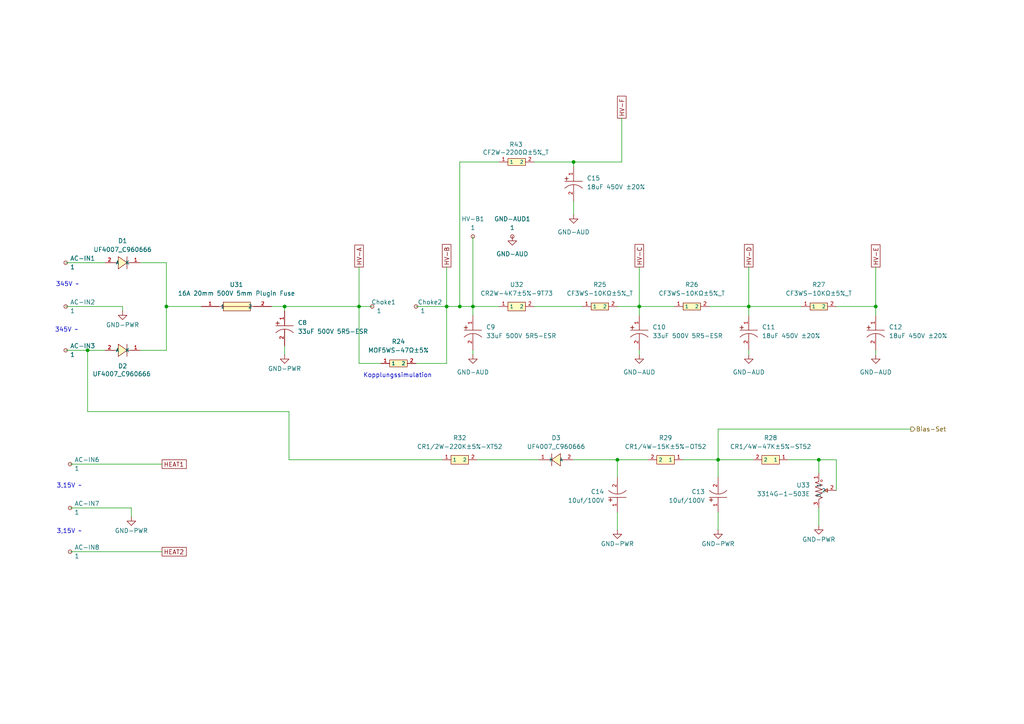
<source format=kicad_sch>
(kicad_sch
	(version 20250114)
	(generator "eeschema")
	(generator_version "9.0")
	(uuid "9366efd3-b37e-4ff0-8bc4-c6ad534b490c")
	(paper "A4")
	(lib_symbols
		(symbol "Connector:TestPoint_Small"
			(pin_numbers
				(hide yes)
			)
			(pin_names
				(offset 0.762)
				(hide yes)
			)
			(exclude_from_sim no)
			(in_bom yes)
			(on_board yes)
			(property "Reference" "TP"
				(at 0 3.81 0)
				(effects
					(font
						(size 1.27 1.27)
					)
				)
			)
			(property "Value" "TestPoint_Small"
				(at 0 2.032 0)
				(effects
					(font
						(size 1.27 1.27)
					)
				)
			)
			(property "Footprint" ""
				(at 5.08 0 0)
				(effects
					(font
						(size 1.27 1.27)
					)
					(hide yes)
				)
			)
			(property "Datasheet" "~"
				(at 5.08 0 0)
				(effects
					(font
						(size 1.27 1.27)
					)
					(hide yes)
				)
			)
			(property "Description" "test point"
				(at 0 0 0)
				(effects
					(font
						(size 1.27 1.27)
					)
					(hide yes)
				)
			)
			(property "ki_keywords" "test point tp"
				(at 0 0 0)
				(effects
					(font
						(size 1.27 1.27)
					)
					(hide yes)
				)
			)
			(property "ki_fp_filters" "Pin* Test*"
				(at 0 0 0)
				(effects
					(font
						(size 1.27 1.27)
					)
					(hide yes)
				)
			)
			(symbol "TestPoint_Small_0_1"
				(circle
					(center 0 0)
					(radius 0.508)
					(stroke
						(width 0)
						(type default)
					)
					(fill
						(type none)
					)
				)
			)
			(symbol "TestPoint_Small_1_1"
				(pin passive line
					(at 0 0 90)
					(length 0)
					(name "1"
						(effects
							(font
								(size 1.27 1.27)
							)
						)
					)
					(number "1"
						(effects
							(font
								(size 1.27 1.27)
							)
						)
					)
				)
			)
			(embedded_fonts no)
		)
		(symbol "jlcpcb:10uf/100V"
			(exclude_from_sim no)
			(in_bom yes)
			(on_board yes)
			(property "Reference" "C"
				(at 0 1.27 0)
				(effects
					(font
						(size 1.27 1.27)
					)
				)
			)
			(property "Value" "10uf{slash}100V"
				(at 0 -2.54 0)
				(effects
					(font
						(size 1.27 1.27)
					)
				)
			)
			(property "Footprint" "footprints:CAP-TH_BD6.3-P2.50-D1.0-FD"
				(at 0 -10.16 0)
				(effects
					(font
						(size 1.27 1.27)
						(italic yes)
					)
					(hide yes)
				)
			)
			(property "Datasheet" "https://item.szlcsc.com/44807.html"
				(at -2.286 0.127 0)
				(effects
					(font
						(size 1.27 1.27)
					)
					(justify left)
					(hide yes)
				)
			)
			(property "Description" ""
				(at 0 0 0)
				(effects
					(font
						(size 1.27 1.27)
					)
					(hide yes)
				)
			)
			(property "LCSC" "C2029"
				(at 0 0 0)
				(effects
					(font
						(size 1.27 1.27)
					)
					(hide yes)
				)
			)
			(property "ki_keywords" "C2029"
				(at 0 0 0)
				(effects
					(font
						(size 1.27 1.27)
					)
					(hide yes)
				)
			)
			(symbol "10uf/100V_0_1"
				(rectangle
					(start -2.54 1.524)
					(end -1.524 1.4986)
					(stroke
						(width 0)
						(type default)
					)
					(fill
						(type background)
					)
				)
				(polyline
					(pts
						(xy -2.54 0.762) (xy 2.54 0.762)
					)
					(stroke
						(width 0)
						(type default)
					)
					(fill
						(type none)
					)
				)
				(rectangle
					(start -2.032 2.032)
					(end -2.0066 1.016)
					(stroke
						(width 0)
						(type default)
					)
					(fill
						(type background)
					)
				)
				(arc
					(start -2.54 -1.27)
					(mid 0 -0.2179)
					(end 2.54 -1.27)
					(stroke
						(width 0)
						(type default)
					)
					(fill
						(type none)
					)
				)
			)
			(symbol "10uf/100V_1_1"
				(pin passive line
					(at 0 5.08 270)
					(length 4.318)
					(name ""
						(effects
							(font
								(size 1 1)
							)
						)
					)
					(number "1"
						(effects
							(font
								(size 1 1)
							)
						)
					)
				)
				(pin passive line
					(at 0 -5.08 90)
					(length 4.826)
					(name ""
						(effects
							(font
								(size 1 1)
							)
						)
					)
					(number "2"
						(effects
							(font
								(size 1 1)
							)
						)
					)
				)
			)
			(embedded_fonts no)
		)
		(symbol "jlcpcb:16A_500V_20_5_FuseHolder_THT"
			(exclude_from_sim no)
			(in_bom yes)
			(on_board yes)
			(property "Reference" "U"
				(at 0 1.27 0)
				(effects
					(font
						(size 1.27 1.27)
					)
				)
			)
			(property "Value" "16A 20mm 500V 5mm Plugin Fuse"
				(at 0 -2.54 0)
				(effects
					(font
						(size 1.27 1.27)
					)
				)
			)
			(property "Footprint" "footprints:FUSE-TH_L22.5-W10.8-P22.50_0031.8201.G"
				(at 0 -10.16 0)
				(effects
					(font
						(size 1.27 1.27)
						(italic yes)
					)
					(hide yes)
				)
			)
			(property "Datasheet" "https://cn.bing.com/search?q=datasheet: 0031.8201.G"
				(at -2.286 0.127 0)
				(effects
					(font
						(size 1.27 1.27)
					)
					(justify left)
					(hide yes)
				)
			)
			(property "Description" ""
				(at 0 0 0)
				(effects
					(font
						(size 1.27 1.27)
					)
					(hide yes)
				)
			)
			(property "LCSC" "C3204125"
				(at 0 0 0)
				(effects
					(font
						(size 1.27 1.27)
					)
					(hide yes)
				)
			)
			(property "ki_keywords" "C3204125"
				(at 0 0 0)
				(effects
					(font
						(size 1.27 1.27)
					)
					(hide yes)
				)
			)
			(symbol "16A_500V_20_5_FuseHolder_THT_0_1"
				(polyline
					(pts
						(xy -5.08 0) (xy 5.08 0)
					)
					(stroke
						(width 0)
						(type default)
					)
					(fill
						(type none)
					)
				)
				(rectangle
					(start -3.81 1.27)
					(end 4.064 -1.27)
					(stroke
						(width 0)
						(type default)
					)
					(fill
						(type background)
					)
				)
				(pin unspecified line
					(at -10.16 0 0)
					(length 5.08)
					(name "1"
						(effects
							(font
								(size 1 1)
							)
						)
					)
					(number "1"
						(effects
							(font
								(size 1 1)
							)
						)
					)
				)
				(pin unspecified line
					(at 10.16 0 180)
					(length 5.08)
					(name "2"
						(effects
							(font
								(size 1 1)
							)
						)
					)
					(number "2"
						(effects
							(font
								(size 1 1)
							)
						)
					)
				)
			)
			(embedded_fonts no)
		)
		(symbol "jlcpcb:18uF_450V"
			(exclude_from_sim no)
			(in_bom yes)
			(on_board yes)
			(property "Reference" "C"
				(at 0 1.27 0)
				(effects
					(font
						(size 1.27 1.27)
					)
				)
			)
			(property "Value" "18uF 450V ±20%"
				(at 0 -2.54 0)
				(effects
					(font
						(size 1.27 1.27)
					)
				)
			)
			(property "Footprint" "footprints:CAP-TH_BD10.0-P5.00-D1.0-FD"
				(at 0 -10.16 0)
				(effects
					(font
						(size 1.27 1.27)
						(italic yes)
					)
					(hide yes)
				)
			)
			(property "Datasheet" ""
				(at -2.286 0.127 0)
				(effects
					(font
						(size 1.27 1.27)
					)
					(justify left)
					(hide yes)
				)
			)
			(property "Description" ""
				(at 0 0 0)
				(effects
					(font
						(size 1.27 1.27)
					)
					(hide yes)
				)
			)
			(property "LCSC" "C781269"
				(at 0 0 0)
				(effects
					(font
						(size 1.27 1.27)
					)
					(hide yes)
				)
			)
			(property "ki_keywords" "C781269"
				(at 0 0 0)
				(effects
					(font
						(size 1.27 1.27)
					)
					(hide yes)
				)
			)
			(symbol "18uF_450V_0_1"
				(rectangle
					(start -2.54 1.524)
					(end -1.524 1.4986)
					(stroke
						(width 0)
						(type default)
					)
					(fill
						(type background)
					)
				)
				(polyline
					(pts
						(xy -2.54 0.762) (xy 2.54 0.762)
					)
					(stroke
						(width 0)
						(type default)
					)
					(fill
						(type none)
					)
				)
				(rectangle
					(start -2.032 2.032)
					(end -2.0066 1.016)
					(stroke
						(width 0)
						(type default)
					)
					(fill
						(type background)
					)
				)
				(arc
					(start -2.54 -1.27)
					(mid 0 -0.2179)
					(end 2.54 -1.27)
					(stroke
						(width 0)
						(type default)
					)
					(fill
						(type none)
					)
				)
			)
			(symbol "18uF_450V_1_1"
				(pin passive line
					(at 0 5.08 270)
					(length 4.318)
					(name ""
						(effects
							(font
								(size 1 1)
							)
						)
					)
					(number "1"
						(effects
							(font
								(size 1 1)
							)
						)
					)
				)
				(pin passive line
					(at 0 -5.08 90)
					(length 4.826)
					(name ""
						(effects
							(font
								(size 1 1)
							)
						)
					)
					(number "2"
						(effects
							(font
								(size 1 1)
							)
						)
					)
				)
			)
			(embedded_fonts no)
		)
		(symbol "jlcpcb:3314G-1-503E"
			(exclude_from_sim no)
			(in_bom yes)
			(on_board yes)
			(property "Reference" "U"
				(at 0 1.27 0)
				(effects
					(font
						(size 1.27 1.27)
					)
				)
			)
			(property "Value" "3314G-1-503E"
				(at 0 -2.54 0)
				(effects
					(font
						(size 1.27 1.27)
					)
				)
			)
			(property "Footprint" "footprints:RES-ADJ-SMD_3314G-1-103E"
				(at 0 -10.16 0)
				(effects
					(font
						(size 1.27 1.27)
						(italic yes)
					)
					(hide yes)
				)
			)
			(property "Datasheet" "https://item.szlcsc.com/832187.html"
				(at -2.286 0.127 0)
				(effects
					(font
						(size 1.27 1.27)
					)
					(justify left)
					(hide yes)
				)
			)
			(property "Description" ""
				(at 0 0 0)
				(effects
					(font
						(size 1.27 1.27)
					)
					(hide yes)
				)
			)
			(property "LCSC" "C719184"
				(at 0 0 0)
				(effects
					(font
						(size 1.27 1.27)
					)
					(hide yes)
				)
			)
			(property "ki_keywords" "C719184"
				(at 0 0 0)
				(effects
					(font
						(size 1.27 1.27)
					)
					(hide yes)
				)
			)
			(symbol "3314G-1-503E_0_1"
				(polyline
					(pts
						(xy -2.54 0) (xy -2.032 1.016)
					)
					(stroke
						(width 0)
						(type default)
					)
					(fill
						(type none)
					)
				)
				(polyline
					(pts
						(xy -2.032 1.016) (xy -1.524 -1.016)
					)
					(stroke
						(width 0)
						(type default)
					)
					(fill
						(type none)
					)
				)
				(polyline
					(pts
						(xy -1.524 -1.016) (xy -0.762 1.016)
					)
					(stroke
						(width 0)
						(type default)
					)
					(fill
						(type none)
					)
				)
				(polyline
					(pts
						(xy -0.762 1.016) (xy -0.254 -1.016)
					)
					(stroke
						(width 0)
						(type default)
					)
					(fill
						(type none)
					)
				)
				(polyline
					(pts
						(xy -0.508 2.54) (xy 0 1.524) (xy 0.508 2.54) (xy -0.508 2.54)
					)
					(stroke
						(width 0)
						(type default)
					)
					(fill
						(type background)
					)
				)
				(polyline
					(pts
						(xy -0.254 -1.016) (xy 0.254 1.016)
					)
					(stroke
						(width 0)
						(type default)
					)
					(fill
						(type none)
					)
				)
				(polyline
					(pts
						(xy 0 2.54) (xy 0 1.524)
					)
					(stroke
						(width 0)
						(type default)
					)
					(fill
						(type none)
					)
				)
				(polyline
					(pts
						(xy 0.254 1.016) (xy 1.016 -1.016)
					)
					(stroke
						(width 0)
						(type default)
					)
					(fill
						(type none)
					)
				)
				(polyline
					(pts
						(xy 1.016 -1.016) (xy 1.524 1.016)
					)
					(stroke
						(width 0)
						(type default)
					)
					(fill
						(type none)
					)
				)
				(polyline
					(pts
						(xy 1.524 1.016) (xy 2.286 -1.016)
					)
					(stroke
						(width 0)
						(type default)
					)
					(fill
						(type none)
					)
				)
				(polyline
					(pts
						(xy 2.286 -1.016) (xy 2.54 0)
					)
					(stroke
						(width 0)
						(type default)
					)
					(fill
						(type none)
					)
				)
				(circle
					(center 2.794 0.762)
					(radius 0.254)
					(stroke
						(width 0)
						(type default)
					)
					(fill
						(type background)
					)
				)
				(pin unspecified line
					(at -5.08 0 0)
					(length 2.54)
					(name "3"
						(effects
							(font
								(size 1 1)
							)
						)
					)
					(number "3"
						(effects
							(font
								(size 1 1)
							)
						)
					)
				)
				(pin unspecified line
					(at 0 5.08 270)
					(length 2.54)
					(name "2"
						(effects
							(font
								(size 1 1)
							)
						)
					)
					(number "2"
						(effects
							(font
								(size 1 1)
							)
						)
					)
				)
				(pin unspecified line
					(at 5.08 0 180)
					(length 2.54)
					(name "1"
						(effects
							(font
								(size 1 1)
							)
						)
					)
					(number "1"
						(effects
							(font
								(size 1 1)
							)
						)
					)
				)
			)
			(embedded_fonts no)
		)
		(symbol "jlcpcb:CF3WS-10KΩ±5%_T"
			(exclude_from_sim no)
			(in_bom yes)
			(on_board yes)
			(property "Reference" "R"
				(at 0 1.27 0)
				(effects
					(font
						(size 1.27 1.27)
					)
				)
			)
			(property "Value" "CF3WS-10KΩ±5%_T"
				(at 0 -2.54 0)
				(effects
					(font
						(size 1.27 1.27)
					)
				)
			)
			(property "Footprint" "footprints:RES-TH_BD5.5-L15.0-P19.00-D0.8"
				(at 0 -10.16 0)
				(effects
					(font
						(size 1.27 1.27)
						(italic yes)
					)
					(hide yes)
				)
			)
			(property "Datasheet" "https://item.szlcsc.com/325372.html"
				(at -2.286 0.127 0)
				(effects
					(font
						(size 1.27 1.27)
					)
					(justify left)
					(hide yes)
				)
			)
			(property "Description" ""
				(at 0 0 0)
				(effects
					(font
						(size 1.27 1.27)
					)
					(hide yes)
				)
			)
			(property "LCSC" "C120810"
				(at 0 0 0)
				(effects
					(font
						(size 1.27 1.27)
					)
					(hide yes)
				)
			)
			(property "ki_keywords" "C120810"
				(at 0 0 0)
				(effects
					(font
						(size 1.27 1.27)
					)
					(hide yes)
				)
			)
			(symbol "CF3WS-10KΩ±5%_T_0_1"
				(rectangle
					(start -2.54 1.016)
					(end 2.54 -1.016)
					(stroke
						(width 0)
						(type default)
					)
					(fill
						(type background)
					)
				)
				(pin passive line
					(at -5.08 0 0)
					(length 2.54)
					(name "1"
						(effects
							(font
								(size 1 1)
							)
						)
					)
					(number "1"
						(effects
							(font
								(size 1 1)
							)
						)
					)
				)
				(pin passive line
					(at 5.08 0 180)
					(length 2.54)
					(name "2"
						(effects
							(font
								(size 1 1)
							)
						)
					)
					(number "2"
						(effects
							(font
								(size 1 1)
							)
						)
					)
				)
			)
			(embedded_fonts no)
		)
		(symbol "jlcpcb:CR1/2W-220K±5%-XT52"
			(exclude_from_sim no)
			(in_bom yes)
			(on_board yes)
			(property "Reference" "R"
				(at 0 1.27 0)
				(effects
					(font
						(size 1.27 1.27)
					)
				)
			)
			(property "Value" "CR1{slash}2W-220K±5%-XT52"
				(at 0 -2.54 0)
				(effects
					(font
						(size 1.27 1.27)
					)
				)
			)
			(property "Footprint" "footprints:RES-TH_BD3.5-L9.0-P13.00-D0.5"
				(at 0 -10.16 0)
				(effects
					(font
						(size 1.27 1.27)
						(italic yes)
					)
					(hide yes)
				)
			)
			(property "Datasheet" "https://atta.szlcsc.com/upload/public/pdf/source/20200609/C601736_823D5FEC32C33ED68EDB1181C52D1F38.pdf"
				(at -2.286 0.127 0)
				(effects
					(font
						(size 1.27 1.27)
					)
					(justify left)
					(hide yes)
				)
			)
			(property "Description" ""
				(at 0 0 0)
				(effects
					(font
						(size 1.27 1.27)
					)
					(hide yes)
				)
			)
			(property "LCSC" "C2894491"
				(at 0 0 0)
				(effects
					(font
						(size 1.27 1.27)
					)
					(hide yes)
				)
			)
			(property "ki_keywords" "C2894491"
				(at 0 0 0)
				(effects
					(font
						(size 1.27 1.27)
					)
					(hide yes)
				)
			)
			(symbol "CR1/2W-220K±5%-XT52_0_1"
				(rectangle
					(start -2.54 1.27)
					(end 2.54 -1.27)
					(stroke
						(width 0)
						(type default)
					)
					(fill
						(type background)
					)
				)
				(pin passive line
					(at -5.08 0 0)
					(length 2.54)
					(name "1"
						(effects
							(font
								(size 1 1)
							)
						)
					)
					(number "1"
						(effects
							(font
								(size 1 1)
							)
						)
					)
				)
				(pin passive line
					(at 5.08 0 180)
					(length 2.54)
					(name "2"
						(effects
							(font
								(size 1 1)
							)
						)
					)
					(number "2"
						(effects
							(font
								(size 1 1)
							)
						)
					)
				)
			)
			(embedded_fonts no)
		)
		(symbol "jlcpcb:CR1/4W-15K±5%-OT52"
			(exclude_from_sim no)
			(in_bom yes)
			(on_board yes)
			(property "Reference" "R"
				(at 0 1.27 0)
				(effects
					(font
						(size 1.27 1.27)
					)
				)
			)
			(property "Value" "CR1{slash}4W-15K±5%-OT52"
				(at 0 -2.54 0)
				(effects
					(font
						(size 1.27 1.27)
					)
				)
			)
			(property "Footprint" "footprints:RES-TH_BD2.7-L6.2-P10.20-D0.4"
				(at 0 -10.16 0)
				(effects
					(font
						(size 1.27 1.27)
						(italic yes)
					)
					(hide yes)
				)
			)
			(property "Datasheet" "https://item.szlcsc.com/486756.html"
				(at -2.286 0.127 0)
				(effects
					(font
						(size 1.27 1.27)
					)
					(justify left)
					(hide yes)
				)
			)
			(property "Description" ""
				(at 0 0 0)
				(effects
					(font
						(size 1.27 1.27)
					)
					(hide yes)
				)
			)
			(property "LCSC" "C2894565"
				(at 0 0 0)
				(effects
					(font
						(size 1.27 1.27)
					)
					(hide yes)
				)
			)
			(property "ki_keywords" "C2894565"
				(at 0 0 0)
				(effects
					(font
						(size 1.27 1.27)
					)
					(hide yes)
				)
			)
			(symbol "CR1/4W-15K±5%-OT52_0_1"
				(rectangle
					(start -2.54 1.27)
					(end 2.54 -1.27)
					(stroke
						(width 0)
						(type default)
					)
					(fill
						(type background)
					)
				)
				(pin passive line
					(at -5.08 0 0)
					(length 2.54)
					(name "1"
						(effects
							(font
								(size 1 1)
							)
						)
					)
					(number "1"
						(effects
							(font
								(size 1 1)
							)
						)
					)
				)
				(pin passive line
					(at 5.08 0 180)
					(length 2.54)
					(name "2"
						(effects
							(font
								(size 1 1)
							)
						)
					)
					(number "2"
						(effects
							(font
								(size 1 1)
							)
						)
					)
				)
			)
			(embedded_fonts no)
		)
		(symbol "jlcpcb:CR1/4W-47K±5%-ST52"
			(exclude_from_sim no)
			(in_bom yes)
			(on_board yes)
			(property "Reference" "R"
				(at 0 1.27 0)
				(effects
					(font
						(size 1.27 1.27)
					)
				)
			)
			(property "Value" "CR1{slash}4W-47K±5%-ST52"
				(at 0 -2.54 0)
				(effects
					(font
						(size 1.27 1.27)
					)
				)
			)
			(property "Footprint" "footprints:RES-TH_BD2.7-L6.2-P10.20-D0.4"
				(at 0 -10.16 0)
				(effects
					(font
						(size 1.27 1.27)
						(italic yes)
					)
					(hide yes)
				)
			)
			(property "Datasheet" "https://item.szlcsc.com/486756.html"
				(at -2.286 0.127 0)
				(effects
					(font
						(size 1.27 1.27)
					)
					(justify left)
					(hide yes)
				)
			)
			(property "Description" ""
				(at 0 0 0)
				(effects
					(font
						(size 1.27 1.27)
					)
					(hide yes)
				)
			)
			(property "LCSC" "C2896823"
				(at 0 0 0)
				(effects
					(font
						(size 1.27 1.27)
					)
					(hide yes)
				)
			)
			(property "ki_keywords" "C2896823"
				(at 0 0 0)
				(effects
					(font
						(size 1.27 1.27)
					)
					(hide yes)
				)
			)
			(symbol "CR1/4W-47K±5%-ST52_0_1"
				(rectangle
					(start -2.54 1.27)
					(end 2.54 -1.27)
					(stroke
						(width 0)
						(type default)
					)
					(fill
						(type background)
					)
				)
				(pin passive line
					(at -5.08 0 0)
					(length 2.54)
					(name "1"
						(effects
							(font
								(size 1 1)
							)
						)
					)
					(number "1"
						(effects
							(font
								(size 1 1)
							)
						)
					)
				)
				(pin passive line
					(at 5.08 0 180)
					(length 2.54)
					(name "2"
						(effects
							(font
								(size 1 1)
							)
						)
					)
					(number "2"
						(effects
							(font
								(size 1 1)
							)
						)
					)
				)
			)
			(embedded_fonts no)
		)
		(symbol "jlcpcb:CR2W-4K7±5%-9T73"
			(exclude_from_sim no)
			(in_bom yes)
			(on_board yes)
			(property "Reference" "U"
				(at 0 1.27 0)
				(effects
					(font
						(size 1.27 1.27)
					)
				)
			)
			(property "Value" "CR2W-4K7±5%-9T73"
				(at 0 -2.54 0)
				(effects
					(font
						(size 1.27 1.27)
					)
				)
			)
			(property "Footprint" "footprints:RES-TH_BD5.0-L15.5-P19.50-D0.7"
				(at 0 -10.16 0)
				(effects
					(font
						(size 1.27 1.27)
						(italic yes)
					)
					(hide yes)
				)
			)
			(property "Datasheet" "https://item.szlcsc.com/73002.html"
				(at -2.286 0.127 0)
				(effects
					(font
						(size 1.27 1.27)
					)
					(justify left)
					(hide yes)
				)
			)
			(property "Description" ""
				(at 0 0 0)
				(effects
					(font
						(size 1.27 1.27)
					)
					(hide yes)
				)
			)
			(property "LCSC" "C2903451"
				(at 0 0 0)
				(effects
					(font
						(size 1.27 1.27)
					)
					(hide yes)
				)
			)
			(property "ki_keywords" "C2903451"
				(at 0 0 0)
				(effects
					(font
						(size 1.27 1.27)
					)
					(hide yes)
				)
			)
			(symbol "CR2W-4K7±5%-9T73_0_1"
				(rectangle
					(start -2.54 1.27)
					(end 2.54 -1.27)
					(stroke
						(width 0)
						(type default)
					)
					(fill
						(type background)
					)
				)
				(pin passive line
					(at -5.08 0 0)
					(length 2.54)
					(name "1"
						(effects
							(font
								(size 1 1)
							)
						)
					)
					(number "1"
						(effects
							(font
								(size 1 1)
							)
						)
					)
				)
				(pin passive line
					(at 5.08 0 180)
					(length 2.54)
					(name "2"
						(effects
							(font
								(size 1 1)
							)
						)
					)
					(number "2"
						(effects
							(font
								(size 1 1)
							)
						)
					)
				)
			)
			(embedded_fonts no)
		)
		(symbol "jlcpcb:LKML2502H330MF"
			(exclude_from_sim no)
			(in_bom yes)
			(on_board yes)
			(property "Reference" "C"
				(at 0 1.27 0)
				(effects
					(font
						(size 1.27 1.27)
					)
				)
			)
			(property "Value" "33uF 500V 5R5-ESR"
				(at 0 -2.54 0)
				(effects
					(font
						(size 1.27 1.27)
					)
				)
			)
			(property "Footprint" "footprints:CAP-TH_BD12.5-P5.00-D0.6-FD"
				(at 0 -10.16 0)
				(effects
					(font
						(size 1.27 1.27)
						(italic yes)
					)
					(hide yes)
				)
			)
			(property "Datasheet" "https://atta.szlcsc.com/upload/public/pdf/source/20171212/C160628_15130639756271177994.pdf"
				(at -2.286 0.127 0)
				(effects
					(font
						(size 1.27 1.27)
					)
					(justify left)
					(hide yes)
				)
			)
			(property "Description" ""
				(at 0 0 0)
				(effects
					(font
						(size 1.27 1.27)
					)
					(hide yes)
				)
			)
			(property "LCSC" "C443401"
				(at 0 0 0)
				(effects
					(font
						(size 1.27 1.27)
					)
					(hide yes)
				)
			)
			(property "ki_keywords" "C443401"
				(at 0 0 0)
				(effects
					(font
						(size 1.27 1.27)
					)
					(hide yes)
				)
			)
			(symbol "LKML2502H330MF_0_1"
				(rectangle
					(start -2.54 1.524)
					(end -1.524 1.4986)
					(stroke
						(width 0)
						(type default)
					)
					(fill
						(type background)
					)
				)
				(polyline
					(pts
						(xy -2.54 0.762) (xy 2.54 0.762)
					)
					(stroke
						(width 0)
						(type default)
					)
					(fill
						(type none)
					)
				)
				(rectangle
					(start -2.032 2.032)
					(end -2.0066 1.016)
					(stroke
						(width 0)
						(type default)
					)
					(fill
						(type background)
					)
				)
				(arc
					(start -2.54 -1.27)
					(mid 0 -0.2179)
					(end 2.54 -1.27)
					(stroke
						(width 0)
						(type default)
					)
					(fill
						(type none)
					)
				)
			)
			(symbol "LKML2502H330MF_1_1"
				(pin passive line
					(at 0 5.08 270)
					(length 4.318)
					(name ""
						(effects
							(font
								(size 1 1)
							)
						)
					)
					(number "1"
						(effects
							(font
								(size 1 1)
							)
						)
					)
				)
				(pin passive line
					(at 0 -5.08 90)
					(length 4.826)
					(name ""
						(effects
							(font
								(size 1 1)
							)
						)
					)
					(number "2"
						(effects
							(font
								(size 1 1)
							)
						)
					)
				)
			)
			(embedded_fonts no)
		)
		(symbol "jlcpcb:MOF5WS-47Ω±5%"
			(exclude_from_sim no)
			(in_bom yes)
			(on_board yes)
			(property "Reference" "R"
				(at 0 1.27 0)
				(effects
					(font
						(size 1.27 1.27)
					)
				)
			)
			(property "Value" "MOF5WS-47Ω±5%"
				(at 0 -2.54 0)
				(effects
					(font
						(size 1.27 1.27)
					)
				)
			)
			(property "Footprint" "footprints:RES-TH_BD6.0-L17.5-P21.50-D0.8"
				(at 0 -10.16 0)
				(effects
					(font
						(size 1.27 1.27)
						(italic yes)
					)
					(hide yes)
				)
			)
			(property "Datasheet" "https://item.szlcsc.com/334985.html"
				(at -2.286 0.127 0)
				(effects
					(font
						(size 1.27 1.27)
					)
					(justify left)
					(hide yes)
				)
			)
			(property "Description" ""
				(at 0 0 0)
				(effects
					(font
						(size 1.27 1.27)
					)
					(hide yes)
				)
			)
			(property "LCSC" "C121969"
				(at 0 0 0)
				(effects
					(font
						(size 1.27 1.27)
					)
					(hide yes)
				)
			)
			(property "ki_keywords" "C121969"
				(at 0 0 0)
				(effects
					(font
						(size 1.27 1.27)
					)
					(hide yes)
				)
			)
			(symbol "MOF5WS-47Ω±5%_0_1"
				(rectangle
					(start -2.54 1.016)
					(end 2.54 -1.016)
					(stroke
						(width 0)
						(type default)
					)
					(fill
						(type background)
					)
				)
				(pin unspecified line
					(at -5.08 0 0)
					(length 2.54)
					(name "1"
						(effects
							(font
								(size 1 1)
							)
						)
					)
					(number "1"
						(effects
							(font
								(size 1 1)
							)
						)
					)
				)
				(pin unspecified line
					(at 5.08 0 180)
					(length 2.54)
					(name "2"
						(effects
							(font
								(size 1 1)
							)
						)
					)
					(number "2"
						(effects
							(font
								(size 1 1)
							)
						)
					)
				)
			)
			(embedded_fonts no)
		)
		(symbol "jlcpcb:UF4007_C960666"
			(exclude_from_sim no)
			(in_bom yes)
			(on_board yes)
			(property "Reference" "D"
				(at 0 1.27 0)
				(effects
					(font
						(size 1.27 1.27)
					)
				)
			)
			(property "Value" "UF4007_C960666"
				(at 0 -2.54 0)
				(effects
					(font
						(size 1.27 1.27)
					)
				)
			)
			(property "Footprint" "footprints:DO-41_BD2.4-L4.7-P8.70-D0.9-RD"
				(at 0 -10.16 0)
				(effects
					(font
						(size 1.27 1.27)
						(italic yes)
					)
					(hide yes)
				)
			)
			(property "Datasheet" "https://item.szlcsc.com/85412.html"
				(at -2.286 0.127 0)
				(effects
					(font
						(size 1.27 1.27)
					)
					(justify left)
					(hide yes)
				)
			)
			(property "Description" ""
				(at 0 0 0)
				(effects
					(font
						(size 1.27 1.27)
					)
					(hide yes)
				)
			)
			(property "LCSC" "C960666"
				(at 0 0 0)
				(effects
					(font
						(size 1.27 1.27)
					)
					(hide yes)
				)
			)
			(property "ki_keywords" "C960666"
				(at 0 0 0)
				(effects
					(font
						(size 1.27 1.27)
					)
					(hide yes)
				)
			)
			(symbol "UF4007_C960666_0_1"
				(polyline
					(pts
						(xy -1.27 1.778) (xy -1.27 -1.778)
					)
					(stroke
						(width 0)
						(type default)
					)
					(fill
						(type none)
					)
				)
				(polyline
					(pts
						(xy -1.27 0) (xy -2.54 0)
					)
					(stroke
						(width 0)
						(type default)
					)
					(fill
						(type none)
					)
				)
				(polyline
					(pts
						(xy 1.27 1.778) (xy -1.27 0) (xy 1.27 -1.778) (xy 1.27 1.778)
					)
					(stroke
						(width 0)
						(type default)
					)
					(fill
						(type background)
					)
				)
				(polyline
					(pts
						(xy 2.54 0) (xy 1.27 0)
					)
					(stroke
						(width 0)
						(type default)
					)
					(fill
						(type none)
					)
				)
				(pin unspecified line
					(at -5.08 0 0)
					(length 2.54)
					(name "K"
						(effects
							(font
								(size 1 1)
							)
						)
					)
					(number "1"
						(effects
							(font
								(size 1 1)
							)
						)
					)
				)
				(pin unspecified line
					(at 5.08 0 180)
					(length 2.54)
					(name "A"
						(effects
							(font
								(size 1 1)
							)
						)
					)
					(number "2"
						(effects
							(font
								(size 1 1)
							)
						)
					)
				)
			)
			(embedded_fonts no)
		)
		(symbol "power:GND"
			(power)
			(pin_numbers
				(hide yes)
			)
			(pin_names
				(offset 0)
				(hide yes)
			)
			(exclude_from_sim no)
			(in_bom yes)
			(on_board yes)
			(property "Reference" "#PWR"
				(at 0 -6.35 0)
				(effects
					(font
						(size 1.27 1.27)
					)
					(hide yes)
				)
			)
			(property "Value" "GND"
				(at 0 -3.81 0)
				(effects
					(font
						(size 1.27 1.27)
					)
				)
			)
			(property "Footprint" ""
				(at 0 0 0)
				(effects
					(font
						(size 1.27 1.27)
					)
					(hide yes)
				)
			)
			(property "Datasheet" ""
				(at 0 0 0)
				(effects
					(font
						(size 1.27 1.27)
					)
					(hide yes)
				)
			)
			(property "Description" "Power symbol creates a global label with name \"GND\" , ground"
				(at 0 0 0)
				(effects
					(font
						(size 1.27 1.27)
					)
					(hide yes)
				)
			)
			(property "ki_keywords" "global power"
				(at 0 0 0)
				(effects
					(font
						(size 1.27 1.27)
					)
					(hide yes)
				)
			)
			(symbol "GND_0_1"
				(polyline
					(pts
						(xy 0 0) (xy 0 -1.27) (xy 1.27 -1.27) (xy 0 -2.54) (xy -1.27 -1.27) (xy 0 -1.27)
					)
					(stroke
						(width 0)
						(type default)
					)
					(fill
						(type none)
					)
				)
			)
			(symbol "GND_1_1"
				(pin power_in line
					(at 0 0 270)
					(length 0)
					(name "~"
						(effects
							(font
								(size 1.27 1.27)
							)
						)
					)
					(number "1"
						(effects
							(font
								(size 1.27 1.27)
							)
						)
					)
				)
			)
			(embedded_fonts no)
		)
		(symbol "symbols:CF2W-2200Ω±5%_T"
			(exclude_from_sim no)
			(in_bom yes)
			(on_board yes)
			(property "Reference" "R"
				(at 0 1.27 0)
				(effects
					(font
						(size 1.27 1.27)
					)
				)
			)
			(property "Value" "CF2W-2200Ω±5%_T"
				(at 0 -2.54 0)
				(effects
					(font
						(size 1.27 1.27)
					)
				)
			)
			(property "Footprint" "footprints:RES-TH_BD5.5-L15.0-P19.00-D0.8"
				(at 0 -10.16 0)
				(effects
					(font
						(size 1.27 1.27)
						(italic yes)
					)
					(hide yes)
				)
			)
			(property "Datasheet" "https://item.szlcsc.com/325372.html"
				(at -2.286 0.127 0)
				(effects
					(font
						(size 1.27 1.27)
					)
					(justify left)
					(hide yes)
				)
			)
			(property "Description" ""
				(at 0 0 0)
				(effects
					(font
						(size 1.27 1.27)
					)
					(hide yes)
				)
			)
			(property "LCSC" "C187501"
				(at 0 0 0)
				(effects
					(font
						(size 1.27 1.27)
					)
					(hide yes)
				)
			)
			(property "ki_keywords" "C187501"
				(at 0 0 0)
				(effects
					(font
						(size 1.27 1.27)
					)
					(hide yes)
				)
			)
			(symbol "CF2W-2200Ω±5%_T_0_1"
				(rectangle
					(start -2.54 1.016)
					(end 2.54 -1.016)
					(stroke
						(width 0)
						(type default)
					)
					(fill
						(type background)
					)
				)
				(pin unspecified line
					(at -5.08 0 0)
					(length 2.54)
					(name "1"
						(effects
							(font
								(size 1 1)
							)
						)
					)
					(number "1"
						(effects
							(font
								(size 1 1)
							)
						)
					)
				)
				(pin unspecified line
					(at 5.08 0 180)
					(length 2.54)
					(name "2"
						(effects
							(font
								(size 1 1)
							)
						)
					)
					(number "2"
						(effects
							(font
								(size 1 1)
							)
						)
					)
				)
			)
			(embedded_fonts no)
		)
	)
	(text "345V ~"
		(exclude_from_sim no)
		(at 19.304 95.758 0)
		(effects
			(font
				(size 1.27 1.27)
			)
		)
		(uuid "2f6e0376-d8ed-4557-a64d-fb7e4a73500b")
	)
	(text "3,15V ~"
		(exclude_from_sim no)
		(at 20.066 140.97 0)
		(effects
			(font
				(size 1.27 1.27)
			)
		)
		(uuid "35f28aa5-b4b5-46e5-bcef-839c5ed97fcc")
	)
	(text "345V ~"
		(exclude_from_sim no)
		(at 19.558 82.55 0)
		(effects
			(font
				(size 1.27 1.27)
			)
		)
		(uuid "55f3fefc-c006-4aaa-8cb4-91bba682882d")
	)
	(text "3,15V ~"
		(exclude_from_sim no)
		(at 20.066 154.178 0)
		(effects
			(font
				(size 1.27 1.27)
			)
		)
		(uuid "6fbaeb46-0286-4d77-b636-43db8386993b")
	)
	(text "Kopplungssimulation"
		(exclude_from_sim no)
		(at 115.316 108.966 0)
		(effects
			(font
				(size 1.27 1.27)
			)
		)
		(uuid "c9f74df5-d54e-4596-990a-2fc0cf3ea8b7")
	)
	(junction
		(at 237.49 133.35)
		(diameter 0)
		(color 0 0 0 0)
		(uuid "0b862926-d022-4d4a-a76a-9b7ad32d513e")
	)
	(junction
		(at 217.17 88.9)
		(diameter 0)
		(color 0 0 0 0)
		(uuid "13f25a08-fb3d-491e-91f7-6bde1c3ed8c2")
	)
	(junction
		(at 179.07 133.35)
		(diameter 0)
		(color 0 0 0 0)
		(uuid "2ee64dd7-458a-4284-ae43-38c3176d8010")
	)
	(junction
		(at 185.42 88.9)
		(diameter 0)
		(color 0 0 0 0)
		(uuid "3d4c2098-b45b-4a4a-a5e2-9ac9fa3c5642")
	)
	(junction
		(at 166.37 46.99)
		(diameter 0)
		(color 0 0 0 0)
		(uuid "86d1b5fb-291d-4011-acfa-6ede118d9ef4")
	)
	(junction
		(at 82.55 88.9)
		(diameter 0)
		(color 0 0 0 0)
		(uuid "94d769bf-67f9-4351-971e-998a68abd0e6")
	)
	(junction
		(at 104.14 88.9)
		(diameter 0)
		(color 0 0 0 0)
		(uuid "96b9cb49-e45a-4e35-91b2-eb9d4c2d68f4")
	)
	(junction
		(at 25.4 101.6)
		(diameter 0)
		(color 0 0 0 0)
		(uuid "a8056a64-2523-45a9-b5d8-6bcce1e1c775")
	)
	(junction
		(at 208.28 133.35)
		(diameter 0)
		(color 0 0 0 0)
		(uuid "b22988b0-9135-481e-b2b5-466f203770b0")
	)
	(junction
		(at 133.35 88.9)
		(diameter 0)
		(color 0 0 0 0)
		(uuid "b2ec195c-ffdb-4676-86ea-310224fbbedc")
	)
	(junction
		(at 48.26 88.9)
		(diameter 0)
		(color 0 0 0 0)
		(uuid "c738104e-8348-49f6-a2c8-c7f25af1aae5")
	)
	(junction
		(at 254 88.9)
		(diameter 0)
		(color 0 0 0 0)
		(uuid "d7380a26-398d-4e1e-88a8-34027dd0688a")
	)
	(junction
		(at 129.54 88.9)
		(diameter 0)
		(color 0 0 0 0)
		(uuid "e8506b04-2ca5-43d7-a796-7df82a14e305")
	)
	(junction
		(at 137.16 88.9)
		(diameter 0)
		(color 0 0 0 0)
		(uuid "edf85c98-b739-42fe-a975-b7513262d9f6")
	)
	(wire
		(pts
			(xy 264.16 124.46) (xy 208.28 124.46)
		)
		(stroke
			(width 0)
			(type default)
		)
		(uuid "03c07a8e-8929-48d8-bfa2-f5e3ceb18736")
	)
	(wire
		(pts
			(xy 104.14 77.47) (xy 104.14 88.9)
		)
		(stroke
			(width 0)
			(type default)
		)
		(uuid "0808b120-2676-4e2d-8180-17798e14d983")
	)
	(wire
		(pts
			(xy 137.16 102.87) (xy 137.16 101.6)
		)
		(stroke
			(width 0)
			(type default)
		)
		(uuid "08f35fe4-942c-4e1e-97fd-049d6378d532")
	)
	(wire
		(pts
			(xy 137.16 68.58) (xy 137.16 88.9)
		)
		(stroke
			(width 0)
			(type default)
		)
		(uuid "0c0bf8a8-eaea-44f1-b2dd-4db9c079fe88")
	)
	(wire
		(pts
			(xy 137.16 88.9) (xy 144.78 88.9)
		)
		(stroke
			(width 0)
			(type default)
		)
		(uuid "0cd82b3f-3f59-401b-9f2f-6d8918a9fc6a")
	)
	(wire
		(pts
			(xy 144.78 46.99) (xy 133.35 46.99)
		)
		(stroke
			(width 0)
			(type default)
		)
		(uuid "129da6c8-b546-4408-b547-dcb7d76235a3")
	)
	(wire
		(pts
			(xy 185.42 101.6) (xy 185.42 102.87)
		)
		(stroke
			(width 0)
			(type default)
		)
		(uuid "1748113a-afb0-42ed-9cb4-7f40731fddf8")
	)
	(wire
		(pts
			(xy 217.17 88.9) (xy 232.41 88.9)
		)
		(stroke
			(width 0)
			(type default)
		)
		(uuid "17e0d6ad-4cd5-4f9e-a317-dbedc7dcc069")
	)
	(wire
		(pts
			(xy 40.64 76.2) (xy 48.26 76.2)
		)
		(stroke
			(width 0)
			(type default)
		)
		(uuid "1ade677c-1a2a-4376-9181-b4bde989ee5a")
	)
	(wire
		(pts
			(xy 242.57 88.9) (xy 254 88.9)
		)
		(stroke
			(width 0)
			(type default)
		)
		(uuid "1cd5294c-8286-436d-8c6b-e09097940f5e")
	)
	(wire
		(pts
			(xy 237.49 133.35) (xy 237.49 137.16)
		)
		(stroke
			(width 0)
			(type default)
		)
		(uuid "1e177eec-da9b-4386-ab31-15d97c1e6d05")
	)
	(wire
		(pts
			(xy 156.21 133.35) (xy 138.43 133.35)
		)
		(stroke
			(width 0)
			(type default)
		)
		(uuid "1f8b2407-c15b-4f62-817d-13b9dad0c162")
	)
	(wire
		(pts
			(xy 185.42 88.9) (xy 195.58 88.9)
		)
		(stroke
			(width 0)
			(type default)
		)
		(uuid "230aa270-edc6-4b3a-bcee-a1331096d6ec")
	)
	(wire
		(pts
			(xy 120.65 88.9) (xy 129.54 88.9)
		)
		(stroke
			(width 0)
			(type default)
		)
		(uuid "277e8d9b-3ab7-485b-9ec1-9f716abb0d31")
	)
	(wire
		(pts
			(xy 38.1 147.32) (xy 38.1 149.86)
		)
		(stroke
			(width 0)
			(type default)
		)
		(uuid "2a9aa368-6311-4031-bc2a-dc49711177a0")
	)
	(wire
		(pts
			(xy 82.55 88.9) (xy 104.14 88.9)
		)
		(stroke
			(width 0)
			(type default)
		)
		(uuid "3840ac52-2ca7-4f1e-8c51-00639c9f463a")
	)
	(wire
		(pts
			(xy 242.57 133.35) (xy 237.49 133.35)
		)
		(stroke
			(width 0)
			(type default)
		)
		(uuid "3844696e-967e-4a20-9e05-ce702385f9c9")
	)
	(wire
		(pts
			(xy 185.42 88.9) (xy 185.42 91.44)
		)
		(stroke
			(width 0)
			(type default)
		)
		(uuid "3ddecd6d-b027-4582-8af2-c9ad5b3af524")
	)
	(wire
		(pts
			(xy 185.42 77.47) (xy 185.42 88.9)
		)
		(stroke
			(width 0)
			(type default)
		)
		(uuid "404c3cb9-407f-4f6d-824b-b4bac53859be")
	)
	(wire
		(pts
			(xy 179.07 133.35) (xy 187.96 133.35)
		)
		(stroke
			(width 0)
			(type default)
		)
		(uuid "474fd16e-9765-48fe-bf40-ea76f0aa9239")
	)
	(wire
		(pts
			(xy 254 101.6) (xy 254 102.87)
		)
		(stroke
			(width 0)
			(type default)
		)
		(uuid "4788874f-0d2b-49bb-a752-1a09bbb8c6c8")
	)
	(wire
		(pts
			(xy 208.28 124.46) (xy 208.28 133.35)
		)
		(stroke
			(width 0)
			(type default)
		)
		(uuid "4d4f969a-4bb9-4bde-abe5-8f220537d3f9")
	)
	(wire
		(pts
			(xy 242.57 142.24) (xy 242.57 133.35)
		)
		(stroke
			(width 0)
			(type default)
		)
		(uuid "4f9db7a6-96e1-40e4-afdc-37554f1ff24f")
	)
	(wire
		(pts
			(xy 218.44 133.35) (xy 208.28 133.35)
		)
		(stroke
			(width 0)
			(type default)
		)
		(uuid "51f6ff71-6f5a-4269-a03c-e26c8c1c65a3")
	)
	(wire
		(pts
			(xy 19.05 101.6) (xy 25.4 101.6)
		)
		(stroke
			(width 0)
			(type default)
		)
		(uuid "55000e24-1547-4239-9f17-60044702917a")
	)
	(wire
		(pts
			(xy 217.17 88.9) (xy 217.17 91.44)
		)
		(stroke
			(width 0)
			(type default)
		)
		(uuid "559e42b2-3027-4faf-830b-a69605c22bfb")
	)
	(wire
		(pts
			(xy 104.14 88.9) (xy 104.14 105.41)
		)
		(stroke
			(width 0)
			(type default)
		)
		(uuid "58ffb327-e8c0-4825-bf78-10b594b0e1b0")
	)
	(wire
		(pts
			(xy 19.05 76.2) (xy 30.48 76.2)
		)
		(stroke
			(width 0)
			(type default)
		)
		(uuid "6cd193b5-9ca1-4ef0-b7b5-e7a844ed9d4f")
	)
	(wire
		(pts
			(xy 254 88.9) (xy 254 91.44)
		)
		(stroke
			(width 0)
			(type default)
		)
		(uuid "6debc298-d3c3-4eb2-9303-4e6e16588b18")
	)
	(wire
		(pts
			(xy 110.49 105.41) (xy 104.14 105.41)
		)
		(stroke
			(width 0)
			(type default)
		)
		(uuid "6e45d3bf-8a3a-448b-982b-ff95ffc4397d")
	)
	(wire
		(pts
			(xy 129.54 88.9) (xy 133.35 88.9)
		)
		(stroke
			(width 0)
			(type default)
		)
		(uuid "6e474173-72bf-483a-a5cf-d56f0119ebf5")
	)
	(wire
		(pts
			(xy 205.74 88.9) (xy 217.17 88.9)
		)
		(stroke
			(width 0)
			(type default)
		)
		(uuid "73952820-55f4-4594-8ad1-c724c10a5dcf")
	)
	(wire
		(pts
			(xy 20.32 160.02) (xy 46.99 160.02)
		)
		(stroke
			(width 0)
			(type default)
		)
		(uuid "75e1150f-f927-4566-95b0-0a9436814859")
	)
	(wire
		(pts
			(xy 82.55 90.17) (xy 82.55 88.9)
		)
		(stroke
			(width 0)
			(type default)
		)
		(uuid "7b28f1bb-2012-456a-9e2d-626cb6a5c556")
	)
	(wire
		(pts
			(xy 25.4 101.6) (xy 30.48 101.6)
		)
		(stroke
			(width 0)
			(type default)
		)
		(uuid "7e9c0233-8da4-4986-a408-eb1e5fdfbb25")
	)
	(wire
		(pts
			(xy 179.07 148.59) (xy 179.07 153.67)
		)
		(stroke
			(width 0)
			(type default)
		)
		(uuid "88390713-d774-4712-8702-da0459182083")
	)
	(wire
		(pts
			(xy 48.26 76.2) (xy 48.26 88.9)
		)
		(stroke
			(width 0)
			(type default)
		)
		(uuid "902d2551-9fed-4efa-a363-bc307bfb8dba")
	)
	(wire
		(pts
			(xy 48.26 88.9) (xy 58.42 88.9)
		)
		(stroke
			(width 0)
			(type default)
		)
		(uuid "903f28ff-4013-449a-ba05-75e03e0a2cbb")
	)
	(wire
		(pts
			(xy 208.28 133.35) (xy 198.12 133.35)
		)
		(stroke
			(width 0)
			(type default)
		)
		(uuid "92e0bb5b-803b-4c04-a1b5-08730605ee52")
	)
	(wire
		(pts
			(xy 133.35 46.99) (xy 133.35 88.9)
		)
		(stroke
			(width 0)
			(type default)
		)
		(uuid "a0bbb067-0665-4006-b268-685ea3b7c440")
	)
	(wire
		(pts
			(xy 237.49 133.35) (xy 228.6 133.35)
		)
		(stroke
			(width 0)
			(type default)
		)
		(uuid "a2d72236-46c2-40dc-98a4-fbf45ba3c42c")
	)
	(wire
		(pts
			(xy 154.94 88.9) (xy 168.91 88.9)
		)
		(stroke
			(width 0)
			(type default)
		)
		(uuid "a3d909df-d2e1-4f4d-9f6d-771bb5b21437")
	)
	(wire
		(pts
			(xy 217.17 101.6) (xy 217.17 102.87)
		)
		(stroke
			(width 0)
			(type default)
		)
		(uuid "a6928f05-c797-4805-ba8c-dae21fb556af")
	)
	(wire
		(pts
			(xy 104.14 88.9) (xy 107.95 88.9)
		)
		(stroke
			(width 0)
			(type default)
		)
		(uuid "a80b055b-7575-4bc9-847b-daf01cabffab")
	)
	(wire
		(pts
			(xy 78.74 88.9) (xy 82.55 88.9)
		)
		(stroke
			(width 0)
			(type default)
		)
		(uuid "a884f9b6-4152-4fca-8271-f2dd50c6278a")
	)
	(wire
		(pts
			(xy 20.32 134.62) (xy 46.99 134.62)
		)
		(stroke
			(width 0)
			(type default)
		)
		(uuid "a935bede-fb8f-4cb6-8011-22e76b7ddd4f")
	)
	(wire
		(pts
			(xy 254 77.47) (xy 254 88.9)
		)
		(stroke
			(width 0)
			(type default)
		)
		(uuid "ac27cb11-368a-4458-8766-6ec55c55f0c1")
	)
	(wire
		(pts
			(xy 137.16 88.9) (xy 137.16 91.44)
		)
		(stroke
			(width 0)
			(type default)
		)
		(uuid "ae13370e-c278-4279-8dbe-00d9057d8cf2")
	)
	(wire
		(pts
			(xy 48.26 101.6) (xy 40.64 101.6)
		)
		(stroke
			(width 0)
			(type default)
		)
		(uuid "b00f43f2-74de-4218-9518-2a20fa50ae93")
	)
	(wire
		(pts
			(xy 217.17 77.47) (xy 217.17 88.9)
		)
		(stroke
			(width 0)
			(type default)
		)
		(uuid "b8d69069-a762-4690-b550-40029f7f4262")
	)
	(wire
		(pts
			(xy 166.37 46.99) (xy 166.37 48.26)
		)
		(stroke
			(width 0)
			(type default)
		)
		(uuid "b9fb1a34-bed8-4e7b-9533-e0d5c8d77faf")
	)
	(wire
		(pts
			(xy 179.07 133.35) (xy 179.07 138.43)
		)
		(stroke
			(width 0)
			(type default)
		)
		(uuid "baf66242-c25b-4174-8ade-62d0569475ca")
	)
	(wire
		(pts
			(xy 19.05 88.9) (xy 35.56 88.9)
		)
		(stroke
			(width 0)
			(type default)
		)
		(uuid "bd5807cb-38e0-4b5a-b505-ada2b4d8d1e8")
	)
	(wire
		(pts
			(xy 48.26 88.9) (xy 48.26 101.6)
		)
		(stroke
			(width 0)
			(type default)
		)
		(uuid "bfc5a7ca-d89f-430e-b104-688695811269")
	)
	(wire
		(pts
			(xy 180.34 34.29) (xy 180.34 46.99)
		)
		(stroke
			(width 0)
			(type default)
		)
		(uuid "c7add2c2-d32b-4a7f-b045-2ab99890bf60")
	)
	(wire
		(pts
			(xy 128.27 133.35) (xy 83.82 133.35)
		)
		(stroke
			(width 0)
			(type default)
		)
		(uuid "c8f00a18-f5f4-468b-84bb-62549ced8b5d")
	)
	(wire
		(pts
			(xy 166.37 133.35) (xy 179.07 133.35)
		)
		(stroke
			(width 0)
			(type default)
		)
		(uuid "ca2b7ed2-91df-44c7-8583-096f4fd62dbf")
	)
	(wire
		(pts
			(xy 208.28 133.35) (xy 208.28 138.43)
		)
		(stroke
			(width 0)
			(type default)
		)
		(uuid "cb89afbc-91c9-4f9a-a317-f88f46355c33")
	)
	(wire
		(pts
			(xy 83.82 133.35) (xy 83.82 119.38)
		)
		(stroke
			(width 0)
			(type default)
		)
		(uuid "cdf78a25-32d2-4a99-90d8-91fdbc35080e")
	)
	(wire
		(pts
			(xy 129.54 77.47) (xy 129.54 88.9)
		)
		(stroke
			(width 0)
			(type default)
		)
		(uuid "d01bd4f6-8a47-45b6-b3f3-52588015d5cb")
	)
	(wire
		(pts
			(xy 25.4 119.38) (xy 25.4 101.6)
		)
		(stroke
			(width 0)
			(type default)
		)
		(uuid "d1873c45-3103-4e87-9783-7f8c750aaa3e")
	)
	(wire
		(pts
			(xy 237.49 147.32) (xy 237.49 152.4)
		)
		(stroke
			(width 0)
			(type default)
		)
		(uuid "d2d59c10-239f-4cf6-8c88-742f5f7eb72b")
	)
	(wire
		(pts
			(xy 180.34 46.99) (xy 166.37 46.99)
		)
		(stroke
			(width 0)
			(type default)
		)
		(uuid "d3f1135d-4165-465f-935d-06eb1bf2bffe")
	)
	(wire
		(pts
			(xy 133.35 88.9) (xy 137.16 88.9)
		)
		(stroke
			(width 0)
			(type default)
		)
		(uuid "d418bbda-98c4-41d2-b204-28be32c8e73b")
	)
	(wire
		(pts
			(xy 120.65 105.41) (xy 129.54 105.41)
		)
		(stroke
			(width 0)
			(type default)
		)
		(uuid "d557d5e6-3509-4665-82c0-625b8c1604fe")
	)
	(wire
		(pts
			(xy 35.56 88.9) (xy 35.56 90.17)
		)
		(stroke
			(width 0)
			(type default)
		)
		(uuid "d7963423-c06e-41c5-b4f7-0a4c40844a48")
	)
	(wire
		(pts
			(xy 208.28 148.59) (xy 208.28 153.67)
		)
		(stroke
			(width 0)
			(type default)
		)
		(uuid "e352fcd0-ae87-40a4-8ca5-2d316c1dd05a")
	)
	(wire
		(pts
			(xy 82.55 100.33) (xy 82.55 102.87)
		)
		(stroke
			(width 0)
			(type default)
		)
		(uuid "e36bb214-bc6a-42e9-97df-b85dc61b70d8")
	)
	(wire
		(pts
			(xy 129.54 105.41) (xy 129.54 88.9)
		)
		(stroke
			(width 0)
			(type default)
		)
		(uuid "e61528e5-3ecb-45de-a705-5669359bd95c")
	)
	(wire
		(pts
			(xy 166.37 58.42) (xy 166.37 62.23)
		)
		(stroke
			(width 0)
			(type default)
		)
		(uuid "e6b5bb42-28e2-4d5b-a87a-4b7ff0a67bec")
	)
	(wire
		(pts
			(xy 83.82 119.38) (xy 25.4 119.38)
		)
		(stroke
			(width 0)
			(type default)
		)
		(uuid "efc50c77-715f-4acc-989b-972bb531ae92")
	)
	(wire
		(pts
			(xy 179.07 88.9) (xy 185.42 88.9)
		)
		(stroke
			(width 0)
			(type default)
		)
		(uuid "fa45d52e-4385-4122-8b8d-03ce47adcb62")
	)
	(wire
		(pts
			(xy 20.32 147.32) (xy 38.1 147.32)
		)
		(stroke
			(width 0)
			(type default)
		)
		(uuid "fc04fb00-b069-471a-a357-574aa14df1a9")
	)
	(wire
		(pts
			(xy 154.94 46.99) (xy 166.37 46.99)
		)
		(stroke
			(width 0)
			(type default)
		)
		(uuid "fe7eee4f-4aa6-4a73-80fd-0ef9a07696d3")
	)
	(global_label "HV-B"
		(shape passive)
		(at 129.54 77.47 90)
		(fields_autoplaced yes)
		(effects
			(font
				(size 1.27 1.27)
			)
			(justify left)
		)
		(uuid "0887f201-0e23-49d7-8afc-4dcb4e1a34d8")
		(property "Intersheetrefs" "${INTERSHEET_REFS}"
			(at 129.54 70.3346 90)
			(effects
				(font
					(size 1.27 1.27)
				)
				(justify left)
				(hide yes)
			)
		)
	)
	(global_label "HV-A"
		(shape passive)
		(at 104.14 77.47 90)
		(fields_autoplaced yes)
		(effects
			(font
				(size 1.27 1.27)
			)
			(justify left)
		)
		(uuid "3d02543a-d17e-4542-806e-2c18acfba4a5")
		(property "Intersheetrefs" "${INTERSHEET_REFS}"
			(at 104.14 70.516 90)
			(effects
				(font
					(size 1.27 1.27)
				)
				(justify left)
				(hide yes)
			)
		)
	)
	(global_label "HEAT2"
		(shape passive)
		(at 46.99 160.02 0)
		(fields_autoplaced yes)
		(effects
			(font
				(size 1.27 1.27)
			)
			(justify left)
		)
		(uuid "40e059e6-1013-405a-8725-2741b026d25b")
		(property "Intersheetrefs" "${INTERSHEET_REFS}"
			(at 54.6091 160.02 0)
			(effects
				(font
					(size 1.27 1.27)
				)
				(justify left)
				(hide yes)
			)
		)
	)
	(global_label "HEAT1"
		(shape passive)
		(at 46.99 134.62 0)
		(fields_autoplaced yes)
		(effects
			(font
				(size 1.27 1.27)
			)
			(justify left)
		)
		(uuid "44356099-3c1b-4045-802c-0cc92ebce105")
		(property "Intersheetrefs" "${INTERSHEET_REFS}"
			(at 54.6091 134.62 0)
			(effects
				(font
					(size 1.27 1.27)
				)
				(justify left)
				(hide yes)
			)
		)
	)
	(global_label "HV-F"
		(shape passive)
		(at 180.34 34.29 90)
		(fields_autoplaced yes)
		(effects
			(font
				(size 1.27 1.27)
			)
			(justify left)
		)
		(uuid "45a7e85c-ac43-4b11-9c20-d23d82b77e8c")
		(property "Intersheetrefs" "${INTERSHEET_REFS}"
			(at 180.34 27.336 90)
			(effects
				(font
					(size 1.27 1.27)
				)
				(justify left)
				(hide yes)
			)
		)
	)
	(global_label "HV-E"
		(shape passive)
		(at 254 77.47 90)
		(fields_autoplaced yes)
		(effects
			(font
				(size 1.27 1.27)
			)
			(justify left)
		)
		(uuid "768c7acd-f881-48c9-b6f1-341b8cd49657")
		(property "Intersheetrefs" "${INTERSHEET_REFS}"
			(at 254 70.4556 90)
			(effects
				(font
					(size 1.27 1.27)
				)
				(justify left)
				(hide yes)
			)
		)
	)
	(global_label "HV-C"
		(shape passive)
		(at 185.42 77.47 90)
		(fields_autoplaced yes)
		(effects
			(font
				(size 1.27 1.27)
			)
			(justify left)
		)
		(uuid "76d51f5c-3401-4595-8cd7-50d4bafe62aa")
		(property "Intersheetrefs" "${INTERSHEET_REFS}"
			(at 185.42 70.3346 90)
			(effects
				(font
					(size 1.27 1.27)
				)
				(justify left)
				(hide yes)
			)
		)
	)
	(global_label "HV-D"
		(shape passive)
		(at 217.17 77.47 90)
		(fields_autoplaced yes)
		(effects
			(font
				(size 1.27 1.27)
			)
			(justify left)
		)
		(uuid "ac45d100-c217-47ed-b8d7-7eb0d896e993")
		(property "Intersheetrefs" "${INTERSHEET_REFS}"
			(at 217.17 70.3346 90)
			(effects
				(font
					(size 1.27 1.27)
				)
				(justify left)
				(hide yes)
			)
		)
	)
	(hierarchical_label "Bias-Set"
		(shape output)
		(at 264.16 124.46 0)
		(effects
			(font
				(size 1.27 1.27)
			)
			(justify left)
		)
		(uuid "bb4c77bc-68d3-46e0-a488-7f4092dc2ba9")
	)
	(symbol
		(lib_id "jlcpcb:UF4007_C960666")
		(at 35.56 101.6 180)
		(unit 1)
		(exclude_from_sim no)
		(in_bom yes)
		(on_board yes)
		(dnp no)
		(uuid "07192db0-a582-43e2-8074-d626bdc063f2")
		(property "Reference" "D2"
			(at 35.56 106.172 0)
			(effects
				(font
					(size 1.27 1.27)
				)
			)
		)
		(property "Value" "UF4007_C960666"
			(at 35.306 108.458 0)
			(effects
				(font
					(size 1.27 1.27)
				)
			)
		)
		(property "Footprint" "footprints:DO-41_BD2.4-L4.7-P8.70-D0.9-RD"
			(at 35.56 91.44 0)
			(effects
				(font
					(size 1.27 1.27)
					(italic yes)
				)
				(hide yes)
			)
		)
		(property "Datasheet" "https://item.szlcsc.com/85412.html"
			(at 37.846 101.727 0)
			(effects
				(font
					(size 1.27 1.27)
				)
				(justify left)
				(hide yes)
			)
		)
		(property "Description" ""
			(at 35.56 101.6 0)
			(effects
				(font
					(size 1.27 1.27)
				)
				(hide yes)
			)
		)
		(property "LCSC" "C960666"
			(at 35.56 101.6 0)
			(effects
				(font
					(size 1.27 1.27)
				)
				(hide yes)
			)
		)
		(pin "1"
			(uuid "b8aeb849-124c-4408-898d-1b9424b8935e")
		)
		(pin "2"
			(uuid "9a0de128-e7de-4427-8cc4-c79594652c74")
		)
		(instances
			(project "wb50"
				(path "/6805e3ef-87bd-473d-890f-05ae2da73c1a/1d95444c-de5c-440e-b338-1d9c97a29411"
					(reference "D2")
					(unit 1)
				)
			)
		)
	)
	(symbol
		(lib_id "power:GND")
		(at 137.16 102.87 0)
		(unit 1)
		(exclude_from_sim no)
		(in_bom yes)
		(on_board yes)
		(dnp no)
		(fields_autoplaced yes)
		(uuid "16945e62-1db1-4158-9e45-1e0a151454a8")
		(property "Reference" "#PWR031"
			(at 137.16 109.22 0)
			(effects
				(font
					(size 1.27 1.27)
				)
				(hide yes)
			)
		)
		(property "Value" "GND-AUD"
			(at 137.16 107.95 0)
			(effects
				(font
					(size 1.27 1.27)
				)
			)
		)
		(property "Footprint" ""
			(at 137.16 102.87 0)
			(effects
				(font
					(size 1.27 1.27)
				)
				(hide yes)
			)
		)
		(property "Datasheet" ""
			(at 137.16 102.87 0)
			(effects
				(font
					(size 1.27 1.27)
				)
				(hide yes)
			)
		)
		(property "Description" "Power symbol creates a global label with name \"GND\" , ground"
			(at 137.16 102.87 0)
			(effects
				(font
					(size 1.27 1.27)
				)
				(hide yes)
			)
		)
		(pin "1"
			(uuid "e0c1db7a-32e3-4f86-bacb-f1e99aaf64d9")
		)
		(instances
			(project "wb50"
				(path "/6805e3ef-87bd-473d-890f-05ae2da73c1a/1d95444c-de5c-440e-b338-1d9c97a29411"
					(reference "#PWR031")
					(unit 1)
				)
			)
		)
	)
	(symbol
		(lib_id "Connector:TestPoint_Small")
		(at 19.05 101.6 0)
		(unit 1)
		(exclude_from_sim no)
		(in_bom yes)
		(on_board yes)
		(dnp no)
		(fields_autoplaced yes)
		(uuid "2fc1bd8e-7f54-4116-bcb9-d7c740708757")
		(property "Reference" "AC-IN3"
			(at 20.32 100.3299 0)
			(effects
				(font
					(size 1.27 1.27)
				)
				(justify left)
			)
		)
		(property "Value" "1"
			(at 20.32 102.8699 0)
			(effects
				(font
					(size 1.27 1.27)
				)
				(justify left)
			)
		)
		(property "Footprint" "TestPoint:TestPoint_THTPad_D3.0mm_Drill1.5mm"
			(at 24.13 101.6 0)
			(effects
				(font
					(size 1.27 1.27)
				)
				(hide yes)
			)
		)
		(property "Datasheet" "~"
			(at 24.13 101.6 0)
			(effects
				(font
					(size 1.27 1.27)
				)
				(hide yes)
			)
		)
		(property "Description" "test point"
			(at 19.05 101.6 0)
			(effects
				(font
					(size 1.27 1.27)
				)
				(hide yes)
			)
		)
		(pin "1"
			(uuid "b50d43c9-ecc6-4517-ab7f-0e1930fe86ad")
		)
		(instances
			(project "wb50"
				(path "/6805e3ef-87bd-473d-890f-05ae2da73c1a/1d95444c-de5c-440e-b338-1d9c97a29411"
					(reference "AC-IN3")
					(unit 1)
				)
			)
		)
	)
	(symbol
		(lib_id "jlcpcb:CR1/4W-15K±5%-OT52")
		(at 193.04 133.35 0)
		(mirror y)
		(unit 1)
		(exclude_from_sim no)
		(in_bom yes)
		(on_board yes)
		(dnp no)
		(fields_autoplaced yes)
		(uuid "30cebfea-bb07-4941-9078-d92fa84baad8")
		(property "Reference" "R29"
			(at 193.04 127 0)
			(effects
				(font
					(size 1.27 1.27)
				)
			)
		)
		(property "Value" "CR1/4W-15K±5%-OT52"
			(at 193.04 129.54 0)
			(effects
				(font
					(size 1.27 1.27)
				)
			)
		)
		(property "Footprint" "footprints:RES-TH_BD2.7-L6.2-P10.20-D0.4"
			(at 193.04 143.51 0)
			(effects
				(font
					(size 1.27 1.27)
					(italic yes)
				)
				(hide yes)
			)
		)
		(property "Datasheet" "https://item.szlcsc.com/486756.html"
			(at 195.326 133.223 0)
			(effects
				(font
					(size 1.27 1.27)
				)
				(justify left)
				(hide yes)
			)
		)
		(property "Description" ""
			(at 193.04 133.35 0)
			(effects
				(font
					(size 1.27 1.27)
				)
				(hide yes)
			)
		)
		(property "LCSC" "C2894565"
			(at 193.04 133.35 0)
			(effects
				(font
					(size 1.27 1.27)
				)
				(hide yes)
			)
		)
		(pin "1"
			(uuid "d1456692-38b8-4dc9-bbf7-0828824a76f6")
		)
		(pin "2"
			(uuid "fe52d312-87d2-44c0-942a-4aea11a86898")
		)
		(instances
			(project "wb50"
				(path "/6805e3ef-87bd-473d-890f-05ae2da73c1a/1d95444c-de5c-440e-b338-1d9c97a29411"
					(reference "R29")
					(unit 1)
				)
			)
		)
	)
	(symbol
		(lib_id "Connector:TestPoint_Small")
		(at 120.65 88.9 0)
		(unit 1)
		(exclude_from_sim no)
		(in_bom yes)
		(on_board yes)
		(dnp no)
		(uuid "3240e4b3-caec-4d3e-a6a5-d03d39159de9")
		(property "Reference" "Choke2"
			(at 121.158 87.63 0)
			(effects
				(font
					(size 1.27 1.27)
				)
				(justify left)
			)
		)
		(property "Value" "1"
			(at 121.92 90.1699 0)
			(effects
				(font
					(size 1.27 1.27)
				)
				(justify left)
			)
		)
		(property "Footprint" "TestPoint:TestPoint_THTPad_D2.5mm_Drill1.2mm"
			(at 125.73 88.9 0)
			(effects
				(font
					(size 1.27 1.27)
				)
				(hide yes)
			)
		)
		(property "Datasheet" "~"
			(at 125.73 88.9 0)
			(effects
				(font
					(size 1.27 1.27)
				)
				(hide yes)
			)
		)
		(property "Description" "test point"
			(at 120.65 88.9 0)
			(effects
				(font
					(size 1.27 1.27)
				)
				(hide yes)
			)
		)
		(pin "1"
			(uuid "878b985f-4edd-4c16-a472-20283615038d")
		)
		(instances
			(project "wb50"
				(path "/6805e3ef-87bd-473d-890f-05ae2da73c1a/1d95444c-de5c-440e-b338-1d9c97a29411"
					(reference "Choke2")
					(unit 1)
				)
			)
		)
	)
	(symbol
		(lib_id "power:GND")
		(at 166.37 62.23 0)
		(unit 1)
		(exclude_from_sim no)
		(in_bom yes)
		(on_board yes)
		(dnp no)
		(fields_autoplaced yes)
		(uuid "3499b80d-45a8-413f-ad68-158f1f535da1")
		(property "Reference" "#PWR062"
			(at 166.37 68.58 0)
			(effects
				(font
					(size 1.27 1.27)
				)
				(hide yes)
			)
		)
		(property "Value" "GND-AUD"
			(at 166.37 67.31 0)
			(effects
				(font
					(size 1.27 1.27)
				)
			)
		)
		(property "Footprint" ""
			(at 166.37 62.23 0)
			(effects
				(font
					(size 1.27 1.27)
				)
				(hide yes)
			)
		)
		(property "Datasheet" ""
			(at 166.37 62.23 0)
			(effects
				(font
					(size 1.27 1.27)
				)
				(hide yes)
			)
		)
		(property "Description" "Power symbol creates a global label with name \"GND\" , ground"
			(at 166.37 62.23 0)
			(effects
				(font
					(size 1.27 1.27)
				)
				(hide yes)
			)
		)
		(pin "1"
			(uuid "c7af87b9-4fbc-47c8-b0c0-d0abedd7075e")
		)
		(instances
			(project "wb50"
				(path "/6805e3ef-87bd-473d-890f-05ae2da73c1a/1d95444c-de5c-440e-b338-1d9c97a29411"
					(reference "#PWR062")
					(unit 1)
				)
			)
		)
	)
	(symbol
		(lib_id "power:GND")
		(at 237.49 152.4 0)
		(unit 1)
		(exclude_from_sim no)
		(in_bom yes)
		(on_board yes)
		(dnp no)
		(uuid "35ce31a7-294f-41a9-a59c-42994c75a5cd")
		(property "Reference" "#PWR038"
			(at 237.49 158.75 0)
			(effects
				(font
					(size 1.27 1.27)
				)
				(hide yes)
			)
		)
		(property "Value" "GND-PWR"
			(at 237.49 156.464 0)
			(effects
				(font
					(size 1.27 1.27)
				)
			)
		)
		(property "Footprint" ""
			(at 237.49 152.4 0)
			(effects
				(font
					(size 1.27 1.27)
				)
				(hide yes)
			)
		)
		(property "Datasheet" ""
			(at 237.49 152.4 0)
			(effects
				(font
					(size 1.27 1.27)
				)
				(hide yes)
			)
		)
		(property "Description" "Power symbol creates a global label with name \"GND\" , ground"
			(at 237.49 152.4 0)
			(effects
				(font
					(size 1.27 1.27)
				)
				(hide yes)
			)
		)
		(pin "1"
			(uuid "0c68fb45-0d6f-41bf-9456-e71f7fd98b6f")
		)
		(instances
			(project "wb50"
				(path "/6805e3ef-87bd-473d-890f-05ae2da73c1a/1d95444c-de5c-440e-b338-1d9c97a29411"
					(reference "#PWR038")
					(unit 1)
				)
			)
		)
	)
	(symbol
		(lib_id "Connector:TestPoint_Small")
		(at 20.32 134.62 0)
		(unit 1)
		(exclude_from_sim no)
		(in_bom yes)
		(on_board yes)
		(dnp no)
		(fields_autoplaced yes)
		(uuid "3694d272-e4a0-455e-b6d5-c83c05efcbb1")
		(property "Reference" "AC-IN6"
			(at 21.59 133.3499 0)
			(effects
				(font
					(size 1.27 1.27)
				)
				(justify left)
			)
		)
		(property "Value" "1"
			(at 21.59 135.8899 0)
			(effects
				(font
					(size 1.27 1.27)
				)
				(justify left)
			)
		)
		(property "Footprint" "TestPoint:TestPoint_THTPad_D4.0mm_Drill2.0mm"
			(at 25.4 134.62 0)
			(effects
				(font
					(size 1.27 1.27)
				)
				(hide yes)
			)
		)
		(property "Datasheet" "~"
			(at 25.4 134.62 0)
			(effects
				(font
					(size 1.27 1.27)
				)
				(hide yes)
			)
		)
		(property "Description" "test point"
			(at 20.32 134.62 0)
			(effects
				(font
					(size 1.27 1.27)
				)
				(hide yes)
			)
		)
		(pin "1"
			(uuid "54c2cbb9-c022-46f0-9ce6-8d7880944c69")
		)
		(instances
			(project "wb50"
				(path "/6805e3ef-87bd-473d-890f-05ae2da73c1a/1d95444c-de5c-440e-b338-1d9c97a29411"
					(reference "AC-IN6")
					(unit 1)
				)
			)
		)
	)
	(symbol
		(lib_id "jlcpcb:LKML2502H330MF")
		(at 82.55 95.25 0)
		(unit 1)
		(exclude_from_sim no)
		(in_bom yes)
		(on_board yes)
		(dnp no)
		(fields_autoplaced yes)
		(uuid "384e50f2-07e8-4806-a920-9346439fcced")
		(property "Reference" "C8"
			(at 86.36 93.5989 0)
			(effects
				(font
					(size 1.27 1.27)
				)
				(justify left)
			)
		)
		(property "Value" "33uF 500V 5R5-ESR"
			(at 86.36 96.1389 0)
			(effects
				(font
					(size 1.27 1.27)
				)
				(justify left)
			)
		)
		(property "Footprint" "footprints:CAP-TH_BD12.5-P5.00-D0.6-FD"
			(at 82.55 105.41 0)
			(effects
				(font
					(size 1.27 1.27)
					(italic yes)
				)
				(hide yes)
			)
		)
		(property "Datasheet" "https://atta.szlcsc.com/upload/public/pdf/source/20171212/C160628_15130639756271177994.pdf"
			(at 80.264 95.123 0)
			(effects
				(font
					(size 1.27 1.27)
				)
				(justify left)
				(hide yes)
			)
		)
		(property "Description" ""
			(at 82.55 95.25 0)
			(effects
				(font
					(size 1.27 1.27)
				)
				(hide yes)
			)
		)
		(property "LCSC" "C443401"
			(at 82.55 95.25 0)
			(effects
				(font
					(size 1.27 1.27)
				)
				(hide yes)
			)
		)
		(pin "1"
			(uuid "00012d53-f467-4b03-aa0d-47276a178b77")
		)
		(pin "2"
			(uuid "0383566d-9214-4b4b-a4b9-a212bea5fff3")
		)
		(instances
			(project ""
				(path "/6805e3ef-87bd-473d-890f-05ae2da73c1a/1d95444c-de5c-440e-b338-1d9c97a29411"
					(reference "C8")
					(unit 1)
				)
			)
		)
	)
	(symbol
		(lib_id "jlcpcb:CR2W-4K7±5%-9T73")
		(at 149.86 88.9 0)
		(unit 1)
		(exclude_from_sim no)
		(in_bom yes)
		(on_board yes)
		(dnp no)
		(fields_autoplaced yes)
		(uuid "3ae3e0ef-a0d4-41de-9e26-aa4e8eb1b30f")
		(property "Reference" "U32"
			(at 149.86 82.55 0)
			(effects
				(font
					(size 1.27 1.27)
				)
			)
		)
		(property "Value" "CR2W-4K7±5%-9T73"
			(at 149.86 85.09 0)
			(effects
				(font
					(size 1.27 1.27)
				)
			)
		)
		(property "Footprint" "footprints:RES-TH_BD5.0-L15.5-P19.50-D0.7"
			(at 149.86 99.06 0)
			(effects
				(font
					(size 1.27 1.27)
					(italic yes)
				)
				(hide yes)
			)
		)
		(property "Datasheet" "https://item.szlcsc.com/73002.html"
			(at 147.574 88.773 0)
			(effects
				(font
					(size 1.27 1.27)
				)
				(justify left)
				(hide yes)
			)
		)
		(property "Description" ""
			(at 149.86 88.9 0)
			(effects
				(font
					(size 1.27 1.27)
				)
				(hide yes)
			)
		)
		(property "LCSC" "C2903451"
			(at 149.86 88.9 0)
			(effects
				(font
					(size 1.27 1.27)
				)
				(hide yes)
			)
		)
		(pin "2"
			(uuid "d83bc6be-f15a-4691-b1b2-8523fe6cb411")
		)
		(pin "1"
			(uuid "c38c904a-ab79-4898-8cbf-c7a956e43623")
		)
		(instances
			(project ""
				(path "/6805e3ef-87bd-473d-890f-05ae2da73c1a/1d95444c-de5c-440e-b338-1d9c97a29411"
					(reference "U32")
					(unit 1)
				)
			)
		)
	)
	(symbol
		(lib_id "jlcpcb:10uf/100V")
		(at 179.07 143.51 0)
		(mirror x)
		(unit 1)
		(exclude_from_sim no)
		(in_bom yes)
		(on_board yes)
		(dnp no)
		(fields_autoplaced yes)
		(uuid "43312800-028b-49b5-951d-60572fea4f6d")
		(property "Reference" "C14"
			(at 175.26 142.6209 0)
			(effects
				(font
					(size 1.27 1.27)
				)
				(justify right)
			)
		)
		(property "Value" "10uf/100V"
			(at 175.26 145.1609 0)
			(effects
				(font
					(size 1.27 1.27)
				)
				(justify right)
			)
		)
		(property "Footprint" "footprints:CAP-TH_BD6.3-P2.50-D1.0-FD"
			(at 179.07 133.35 0)
			(effects
				(font
					(size 1.27 1.27)
					(italic yes)
				)
				(hide yes)
			)
		)
		(property "Datasheet" "https://item.szlcsc.com/44807.html"
			(at 176.784 143.637 0)
			(effects
				(font
					(size 1.27 1.27)
				)
				(justify left)
				(hide yes)
			)
		)
		(property "Description" ""
			(at 179.07 143.51 0)
			(effects
				(font
					(size 1.27 1.27)
				)
				(hide yes)
			)
		)
		(property "LCSC" "C2029"
			(at 179.07 143.51 0)
			(effects
				(font
					(size 1.27 1.27)
				)
				(hide yes)
			)
		)
		(pin "1"
			(uuid "324dca65-cf0b-42a8-96e2-9a2b248e32ff")
		)
		(pin "2"
			(uuid "155920ea-18cf-4fcc-891d-f1a826bb29ea")
		)
		(instances
			(project "wb50"
				(path "/6805e3ef-87bd-473d-890f-05ae2da73c1a/1d95444c-de5c-440e-b338-1d9c97a29411"
					(reference "C14")
					(unit 1)
				)
			)
		)
	)
	(symbol
		(lib_id "jlcpcb:10uf/100V")
		(at 208.28 143.51 0)
		(mirror x)
		(unit 1)
		(exclude_from_sim no)
		(in_bom yes)
		(on_board yes)
		(dnp no)
		(fields_autoplaced yes)
		(uuid "4ccf2278-45b7-4280-80bc-5dae5037ca73")
		(property "Reference" "C13"
			(at 204.47 142.6209 0)
			(effects
				(font
					(size 1.27 1.27)
				)
				(justify right)
			)
		)
		(property "Value" "10uf/100V"
			(at 204.47 145.1609 0)
			(effects
				(font
					(size 1.27 1.27)
				)
				(justify right)
			)
		)
		(property "Footprint" "footprints:CAP-TH_BD6.3-P2.50-D1.0-FD"
			(at 208.28 133.35 0)
			(effects
				(font
					(size 1.27 1.27)
					(italic yes)
				)
				(hide yes)
			)
		)
		(property "Datasheet" "https://item.szlcsc.com/44807.html"
			(at 205.994 143.637 0)
			(effects
				(font
					(size 1.27 1.27)
				)
				(justify left)
				(hide yes)
			)
		)
		(property "Description" ""
			(at 208.28 143.51 0)
			(effects
				(font
					(size 1.27 1.27)
				)
				(hide yes)
			)
		)
		(property "LCSC" "C2029"
			(at 208.28 143.51 0)
			(effects
				(font
					(size 1.27 1.27)
				)
				(hide yes)
			)
		)
		(pin "1"
			(uuid "65333776-6157-4611-ae2c-143f7567e3c4")
		)
		(pin "2"
			(uuid "73c0d6bd-0495-41e6-a348-11225032cd8a")
		)
		(instances
			(project "wb50"
				(path "/6805e3ef-87bd-473d-890f-05ae2da73c1a/1d95444c-de5c-440e-b338-1d9c97a29411"
					(reference "C13")
					(unit 1)
				)
			)
		)
	)
	(symbol
		(lib_id "symbols:CF2W-2200Ω±5%_T")
		(at 149.86 46.99 0)
		(unit 1)
		(exclude_from_sim no)
		(in_bom yes)
		(on_board yes)
		(dnp no)
		(uuid "4d9959ca-8019-4e06-a903-1f9d926afcc8")
		(property "Reference" "R43"
			(at 151.638 41.91 0)
			(effects
				(font
					(size 1.27 1.27)
				)
				(justify right)
			)
		)
		(property "Value" "CF2W-2200Ω±5%_T"
			(at 159.258 44.196 0)
			(effects
				(font
					(size 1.27 1.27)
				)
				(justify right)
			)
		)
		(property "Footprint" "footprints:RES-TH_BD5.5-L15.0-P19.00-D0.8"
			(at 149.86 57.15 0)
			(effects
				(font
					(size 1.27 1.27)
					(italic yes)
				)
				(hide yes)
			)
		)
		(property "Datasheet" "https://item.szlcsc.com/325372.html"
			(at 147.574 46.863 0)
			(effects
				(font
					(size 1.27 1.27)
				)
				(justify left)
				(hide yes)
			)
		)
		(property "Description" ""
			(at 149.86 46.99 0)
			(effects
				(font
					(size 1.27 1.27)
				)
				(hide yes)
			)
		)
		(property "LCSC" "C187501"
			(at 149.86 46.99 0)
			(effects
				(font
					(size 1.27 1.27)
				)
				(hide yes)
			)
		)
		(pin "1"
			(uuid "bf72f008-1432-4fc5-aa0d-4b702ef76d26")
		)
		(pin "2"
			(uuid "7a050f59-96be-4f7a-b0f6-641046e7abc7")
		)
		(instances
			(project "wb50"
				(path "/6805e3ef-87bd-473d-890f-05ae2da73c1a/1d95444c-de5c-440e-b338-1d9c97a29411"
					(reference "R43")
					(unit 1)
				)
			)
		)
	)
	(symbol
		(lib_id "jlcpcb:16A_500V_20_5_FuseHolder_THT")
		(at 68.58 88.9 0)
		(unit 1)
		(exclude_from_sim no)
		(in_bom yes)
		(on_board yes)
		(dnp no)
		(fields_autoplaced yes)
		(uuid "4e25bf7c-f36a-44c2-a9b2-f7ea49c57251")
		(property "Reference" "U31"
			(at 68.58 82.55 0)
			(effects
				(font
					(size 1.27 1.27)
				)
			)
		)
		(property "Value" "16A 20mm 500V 5mm Plugin Fuse"
			(at 68.58 85.09 0)
			(effects
				(font
					(size 1.27 1.27)
				)
			)
		)
		(property "Footprint" "footprints:FUSE-TH_L22.5-W10.8-P22.50_0031.8201.G"
			(at 68.58 99.06 0)
			(effects
				(font
					(size 1.27 1.27)
					(italic yes)
				)
				(hide yes)
			)
		)
		(property "Datasheet" "https://cn.bing.com/search?q=datasheet: 0031.8201.G"
			(at 66.294 88.773 0)
			(effects
				(font
					(size 1.27 1.27)
				)
				(justify left)
				(hide yes)
			)
		)
		(property "Description" ""
			(at 68.58 88.9 0)
			(effects
				(font
					(size 1.27 1.27)
				)
				(hide yes)
			)
		)
		(property "LCSC" "C3204125"
			(at 68.58 88.9 0)
			(effects
				(font
					(size 1.27 1.27)
				)
				(hide yes)
			)
		)
		(pin "1"
			(uuid "01da6eef-001c-4236-977a-bbd8bbfb4866")
		)
		(pin "2"
			(uuid "9f2c7557-8b94-4d67-9c7d-2c9d4045a635")
		)
		(instances
			(project ""
				(path "/6805e3ef-87bd-473d-890f-05ae2da73c1a/1d95444c-de5c-440e-b338-1d9c97a29411"
					(reference "U31")
					(unit 1)
				)
			)
		)
	)
	(symbol
		(lib_id "jlcpcb:CR1/4W-47K±5%-ST52")
		(at 223.52 133.35 0)
		(mirror y)
		(unit 1)
		(exclude_from_sim no)
		(in_bom yes)
		(on_board yes)
		(dnp no)
		(fields_autoplaced yes)
		(uuid "5ad5424a-68bc-43ea-b80a-14e18f28f869")
		(property "Reference" "R28"
			(at 223.52 127 0)
			(effects
				(font
					(size 1.27 1.27)
				)
			)
		)
		(property "Value" "CR1/4W-47K±5%-ST52"
			(at 223.52 129.54 0)
			(effects
				(font
					(size 1.27 1.27)
				)
			)
		)
		(property "Footprint" "footprints:RES-TH_BD2.7-L6.2-P10.20-D0.4"
			(at 223.52 143.51 0)
			(effects
				(font
					(size 1.27 1.27)
					(italic yes)
				)
				(hide yes)
			)
		)
		(property "Datasheet" "https://item.szlcsc.com/486756.html"
			(at 225.806 133.223 0)
			(effects
				(font
					(size 1.27 1.27)
				)
				(justify left)
				(hide yes)
			)
		)
		(property "Description" ""
			(at 223.52 133.35 0)
			(effects
				(font
					(size 1.27 1.27)
				)
				(hide yes)
			)
		)
		(property "LCSC" "C2896823"
			(at 223.52 133.35 0)
			(effects
				(font
					(size 1.27 1.27)
				)
				(hide yes)
			)
		)
		(pin "1"
			(uuid "c0a26a18-9d6b-4dbc-a4ff-07afc2b04ef7")
		)
		(pin "2"
			(uuid "864e1cfb-567e-4913-ba7a-f4f1241ddc3b")
		)
		(instances
			(project "wb50"
				(path "/6805e3ef-87bd-473d-890f-05ae2da73c1a/1d95444c-de5c-440e-b338-1d9c97a29411"
					(reference "R28")
					(unit 1)
				)
			)
		)
	)
	(symbol
		(lib_id "jlcpcb:CF3WS-10KΩ±5%_T")
		(at 237.49 88.9 0)
		(unit 1)
		(exclude_from_sim no)
		(in_bom yes)
		(on_board yes)
		(dnp no)
		(fields_autoplaced yes)
		(uuid "5f46147c-79aa-4daf-b613-024fad5559e4")
		(property "Reference" "R27"
			(at 237.49 82.55 0)
			(effects
				(font
					(size 1.27 1.27)
				)
			)
		)
		(property "Value" "CF3WS-10KΩ±5%_T"
			(at 237.49 85.09 0)
			(effects
				(font
					(size 1.27 1.27)
				)
			)
		)
		(property "Footprint" "footprints:RES-TH_BD5.5-L15.0-P19.00-D0.8"
			(at 237.49 99.06 0)
			(effects
				(font
					(size 1.27 1.27)
					(italic yes)
				)
				(hide yes)
			)
		)
		(property "Datasheet" "https://item.szlcsc.com/325372.html"
			(at 235.204 88.773 0)
			(effects
				(font
					(size 1.27 1.27)
				)
				(justify left)
				(hide yes)
			)
		)
		(property "Description" ""
			(at 237.49 88.9 0)
			(effects
				(font
					(size 1.27 1.27)
				)
				(hide yes)
			)
		)
		(property "LCSC" "C120810"
			(at 237.49 88.9 0)
			(effects
				(font
					(size 1.27 1.27)
				)
				(hide yes)
			)
		)
		(pin "1"
			(uuid "5e86fade-fb0c-4eed-8d87-bb589afc3791")
		)
		(pin "2"
			(uuid "a7ec76a3-8101-40ab-b01b-4a7124627a72")
		)
		(instances
			(project "wb50"
				(path "/6805e3ef-87bd-473d-890f-05ae2da73c1a/1d95444c-de5c-440e-b338-1d9c97a29411"
					(reference "R27")
					(unit 1)
				)
			)
		)
	)
	(symbol
		(lib_id "jlcpcb:18uF_450V")
		(at 166.37 53.34 0)
		(unit 1)
		(exclude_from_sim no)
		(in_bom yes)
		(on_board yes)
		(dnp no)
		(fields_autoplaced yes)
		(uuid "67de9e5f-bb16-4d99-a3fe-0073ed9ef7b3")
		(property "Reference" "C15"
			(at 170.18 51.6889 0)
			(effects
				(font
					(size 1.27 1.27)
				)
				(justify left)
			)
		)
		(property "Value" "18uF 450V ±20%"
			(at 170.18 54.2289 0)
			(effects
				(font
					(size 1.27 1.27)
				)
				(justify left)
			)
		)
		(property "Footprint" "footprints:CAP-TH_BD10.0-P5.00-D1.0-FD"
			(at 166.37 63.5 0)
			(effects
				(font
					(size 1.27 1.27)
					(italic yes)
				)
				(hide yes)
			)
		)
		(property "Datasheet" ""
			(at 164.084 53.213 0)
			(effects
				(font
					(size 1.27 1.27)
				)
				(justify left)
				(hide yes)
			)
		)
		(property "Description" ""
			(at 166.37 53.34 0)
			(effects
				(font
					(size 1.27 1.27)
				)
				(hide yes)
			)
		)
		(property "LCSC" "C781269"
			(at 166.37 53.34 0)
			(effects
				(font
					(size 1.27 1.27)
				)
				(hide yes)
			)
		)
		(pin "2"
			(uuid "9f37b3f1-045c-4499-ae00-02d61c124377")
		)
		(pin "1"
			(uuid "6de0abb8-b3c9-4bab-b481-eceb27ccd67a")
		)
		(instances
			(project "wb50"
				(path "/6805e3ef-87bd-473d-890f-05ae2da73c1a/1d95444c-de5c-440e-b338-1d9c97a29411"
					(reference "C15")
					(unit 1)
				)
			)
		)
	)
	(symbol
		(lib_id "Connector:TestPoint_Small")
		(at 20.32 147.32 0)
		(unit 1)
		(exclude_from_sim no)
		(in_bom yes)
		(on_board yes)
		(dnp no)
		(fields_autoplaced yes)
		(uuid "6894e4d7-511a-4c8e-9904-7114232d7a8c")
		(property "Reference" "AC-IN7"
			(at 21.59 146.0499 0)
			(effects
				(font
					(size 1.27 1.27)
				)
				(justify left)
			)
		)
		(property "Value" "1"
			(at 21.59 148.5899 0)
			(effects
				(font
					(size 1.27 1.27)
				)
				(justify left)
			)
		)
		(property "Footprint" "TestPoint:TestPoint_THTPad_D4.0mm_Drill2.0mm"
			(at 25.4 147.32 0)
			(effects
				(font
					(size 1.27 1.27)
				)
				(hide yes)
			)
		)
		(property "Datasheet" "~"
			(at 25.4 147.32 0)
			(effects
				(font
					(size 1.27 1.27)
				)
				(hide yes)
			)
		)
		(property "Description" "test point"
			(at 20.32 147.32 0)
			(effects
				(font
					(size 1.27 1.27)
				)
				(hide yes)
			)
		)
		(pin "1"
			(uuid "bb5278d9-64ba-4716-b8c0-f9a9b2040131")
		)
		(instances
			(project "wb50"
				(path "/6805e3ef-87bd-473d-890f-05ae2da73c1a/1d95444c-de5c-440e-b338-1d9c97a29411"
					(reference "AC-IN7")
					(unit 1)
				)
			)
		)
	)
	(symbol
		(lib_id "jlcpcb:UF4007_C960666")
		(at 35.56 76.2 180)
		(unit 1)
		(exclude_from_sim no)
		(in_bom yes)
		(on_board yes)
		(dnp no)
		(fields_autoplaced yes)
		(uuid "715ee0b1-8d5c-4a2a-9c24-9a91485a776c")
		(property "Reference" "D1"
			(at 35.56 69.85 0)
			(effects
				(font
					(size 1.27 1.27)
				)
			)
		)
		(property "Value" "UF4007_C960666"
			(at 35.56 72.39 0)
			(effects
				(font
					(size 1.27 1.27)
				)
			)
		)
		(property "Footprint" "footprints:DO-41_BD2.4-L4.7-P8.70-D0.9-RD"
			(at 35.56 66.04 0)
			(effects
				(font
					(size 1.27 1.27)
					(italic yes)
				)
				(hide yes)
			)
		)
		(property "Datasheet" "https://item.szlcsc.com/85412.html"
			(at 37.846 76.327 0)
			(effects
				(font
					(size 1.27 1.27)
				)
				(justify left)
				(hide yes)
			)
		)
		(property "Description" ""
			(at 35.56 76.2 0)
			(effects
				(font
					(size 1.27 1.27)
				)
				(hide yes)
			)
		)
		(property "LCSC" "C960666"
			(at 35.56 76.2 0)
			(effects
				(font
					(size 1.27 1.27)
				)
				(hide yes)
			)
		)
		(pin "1"
			(uuid "e7967baa-f8a7-4e47-803b-15d208c3a690")
		)
		(pin "2"
			(uuid "08e2996a-c5b2-4349-b176-222dd270cdeb")
		)
		(instances
			(project ""
				(path "/6805e3ef-87bd-473d-890f-05ae2da73c1a/1d95444c-de5c-440e-b338-1d9c97a29411"
					(reference "D1")
					(unit 1)
				)
			)
		)
	)
	(symbol
		(lib_id "power:GND")
		(at 82.55 102.87 0)
		(unit 1)
		(exclude_from_sim no)
		(in_bom yes)
		(on_board yes)
		(dnp no)
		(uuid "7a817b37-c9a3-4e04-862d-950c3804bd69")
		(property "Reference" "#PWR030"
			(at 82.55 109.22 0)
			(effects
				(font
					(size 1.27 1.27)
				)
				(hide yes)
			)
		)
		(property "Value" "GND-PWR"
			(at 82.55 106.934 0)
			(effects
				(font
					(size 1.27 1.27)
				)
			)
		)
		(property "Footprint" ""
			(at 82.55 102.87 0)
			(effects
				(font
					(size 1.27 1.27)
				)
				(hide yes)
			)
		)
		(property "Datasheet" ""
			(at 82.55 102.87 0)
			(effects
				(font
					(size 1.27 1.27)
				)
				(hide yes)
			)
		)
		(property "Description" "Power symbol creates a global label with name \"GND\" , ground"
			(at 82.55 102.87 0)
			(effects
				(font
					(size 1.27 1.27)
				)
				(hide yes)
			)
		)
		(pin "1"
			(uuid "9b89f124-923a-4bc2-b412-41db552ef4eb")
		)
		(instances
			(project "wb50"
				(path "/6805e3ef-87bd-473d-890f-05ae2da73c1a/1d95444c-de5c-440e-b338-1d9c97a29411"
					(reference "#PWR030")
					(unit 1)
				)
			)
		)
	)
	(symbol
		(lib_id "jlcpcb:18uF_450V")
		(at 217.17 96.52 0)
		(unit 1)
		(exclude_from_sim no)
		(in_bom yes)
		(on_board yes)
		(dnp no)
		(fields_autoplaced yes)
		(uuid "7b7c33a0-becc-40d1-a2b6-06e22a4f5155")
		(property "Reference" "C11"
			(at 220.98 94.8689 0)
			(effects
				(font
					(size 1.27 1.27)
				)
				(justify left)
			)
		)
		(property "Value" "18uF 450V ±20%"
			(at 220.98 97.4089 0)
			(effects
				(font
					(size 1.27 1.27)
				)
				(justify left)
			)
		)
		(property "Footprint" "footprints:CAP-TH_BD10.0-P5.00-D1.0-FD"
			(at 217.17 106.68 0)
			(effects
				(font
					(size 1.27 1.27)
					(italic yes)
				)
				(hide yes)
			)
		)
		(property "Datasheet" ""
			(at 214.884 96.393 0)
			(effects
				(font
					(size 1.27 1.27)
				)
				(justify left)
				(hide yes)
			)
		)
		(property "Description" ""
			(at 217.17 96.52 0)
			(effects
				(font
					(size 1.27 1.27)
				)
				(hide yes)
			)
		)
		(property "LCSC" "C781269"
			(at 217.17 96.52 0)
			(effects
				(font
					(size 1.27 1.27)
				)
				(hide yes)
			)
		)
		(pin "2"
			(uuid "c035c7dc-b577-4dc9-9623-c329fda32188")
		)
		(pin "1"
			(uuid "412bb1d6-cab2-423b-8a7b-52fe756c2e88")
		)
		(instances
			(project ""
				(path "/6805e3ef-87bd-473d-890f-05ae2da73c1a/1d95444c-de5c-440e-b338-1d9c97a29411"
					(reference "C11")
					(unit 1)
				)
			)
		)
	)
	(symbol
		(lib_id "Connector:TestPoint_Small")
		(at 19.05 76.2 0)
		(unit 1)
		(exclude_from_sim no)
		(in_bom yes)
		(on_board yes)
		(dnp no)
		(fields_autoplaced yes)
		(uuid "889210a5-b2a4-4a69-bfc6-e788baaa41ec")
		(property "Reference" "AC-IN1"
			(at 20.32 74.9299 0)
			(effects
				(font
					(size 1.27 1.27)
				)
				(justify left)
			)
		)
		(property "Value" "1"
			(at 20.32 77.4699 0)
			(effects
				(font
					(size 1.27 1.27)
				)
				(justify left)
			)
		)
		(property "Footprint" "TestPoint:TestPoint_THTPad_D3.0mm_Drill1.5mm"
			(at 24.13 76.2 0)
			(effects
				(font
					(size 1.27 1.27)
				)
				(hide yes)
			)
		)
		(property "Datasheet" "~"
			(at 24.13 76.2 0)
			(effects
				(font
					(size 1.27 1.27)
				)
				(hide yes)
			)
		)
		(property "Description" "test point"
			(at 19.05 76.2 0)
			(effects
				(font
					(size 1.27 1.27)
				)
				(hide yes)
			)
		)
		(pin "1"
			(uuid "b1740c7d-b8c4-4d57-bdcf-0a104a337840")
		)
		(instances
			(project "wb50"
				(path "/6805e3ef-87bd-473d-890f-05ae2da73c1a/1d95444c-de5c-440e-b338-1d9c97a29411"
					(reference "AC-IN1")
					(unit 1)
				)
			)
		)
	)
	(symbol
		(lib_id "Connector:TestPoint_Small")
		(at 107.95 88.9 0)
		(unit 1)
		(exclude_from_sim no)
		(in_bom yes)
		(on_board yes)
		(dnp no)
		(uuid "88c650c5-b710-4903-af2d-0fac6517ee1c")
		(property "Reference" "Choke1"
			(at 107.696 87.63 0)
			(effects
				(font
					(size 1.27 1.27)
				)
				(justify left)
			)
		)
		(property "Value" "1"
			(at 109.22 90.1699 0)
			(effects
				(font
					(size 1.27 1.27)
				)
				(justify left)
			)
		)
		(property "Footprint" "TestPoint:TestPoint_THTPad_D2.5mm_Drill1.2mm"
			(at 113.03 88.9 0)
			(effects
				(font
					(size 1.27 1.27)
				)
				(hide yes)
			)
		)
		(property "Datasheet" "~"
			(at 113.03 88.9 0)
			(effects
				(font
					(size 1.27 1.27)
				)
				(hide yes)
			)
		)
		(property "Description" "test point"
			(at 107.95 88.9 0)
			(effects
				(font
					(size 1.27 1.27)
				)
				(hide yes)
			)
		)
		(pin "1"
			(uuid "96c2643c-1237-437a-839a-643df31a5480")
		)
		(instances
			(project "wb50"
				(path "/6805e3ef-87bd-473d-890f-05ae2da73c1a/1d95444c-de5c-440e-b338-1d9c97a29411"
					(reference "Choke1")
					(unit 1)
				)
			)
		)
	)
	(symbol
		(lib_id "jlcpcb:3314G-1-503E")
		(at 237.49 142.24 270)
		(mirror x)
		(unit 1)
		(exclude_from_sim no)
		(in_bom yes)
		(on_board yes)
		(dnp no)
		(fields_autoplaced yes)
		(uuid "8af76d28-eb9e-458c-b5c5-74256ee1abdf")
		(property "Reference" "U33"
			(at 234.95 140.7159 90)
			(effects
				(font
					(size 1.27 1.27)
				)
				(justify right)
			)
		)
		(property "Value" "3314G-1-503E"
			(at 234.95 143.2559 90)
			(effects
				(font
					(size 1.27 1.27)
				)
				(justify right)
			)
		)
		(property "Footprint" "footprints:RES-ADJ-SMD_3314G-1-103E"
			(at 227.33 142.24 0)
			(effects
				(font
					(size 1.27 1.27)
					(italic yes)
				)
				(hide yes)
			)
		)
		(property "Datasheet" "https://item.szlcsc.com/832187.html"
			(at 237.617 144.526 0)
			(effects
				(font
					(size 1.27 1.27)
				)
				(justify left)
				(hide yes)
			)
		)
		(property "Description" ""
			(at 237.49 142.24 0)
			(effects
				(font
					(size 1.27 1.27)
				)
				(hide yes)
			)
		)
		(property "LCSC" "C719184"
			(at 237.49 142.24 0)
			(effects
				(font
					(size 1.27 1.27)
				)
				(hide yes)
			)
		)
		(pin "1"
			(uuid "04ac26e6-bceb-439a-8d3a-5cb8db780e43")
		)
		(pin "2"
			(uuid "e3666c83-c4e0-4a7a-bed1-66181b057ee5")
		)
		(pin "3"
			(uuid "015d75b0-2a82-47b7-b8bc-aaa1af8cbbcd")
		)
		(instances
			(project "wb50"
				(path "/6805e3ef-87bd-473d-890f-05ae2da73c1a/1d95444c-de5c-440e-b338-1d9c97a29411"
					(reference "U33")
					(unit 1)
				)
			)
		)
	)
	(symbol
		(lib_id "jlcpcb:18uF_450V")
		(at 254 96.52 0)
		(unit 1)
		(exclude_from_sim no)
		(in_bom yes)
		(on_board yes)
		(dnp no)
		(fields_autoplaced yes)
		(uuid "8e404329-3075-4a91-8e75-b14065b2c298")
		(property "Reference" "C12"
			(at 257.81 94.8689 0)
			(effects
				(font
					(size 1.27 1.27)
				)
				(justify left)
			)
		)
		(property "Value" "18uF 450V ±20%"
			(at 257.81 97.4089 0)
			(effects
				(font
					(size 1.27 1.27)
				)
				(justify left)
			)
		)
		(property "Footprint" "footprints:CAP-TH_BD10.0-P5.00-D1.0-FD"
			(at 254 106.68 0)
			(effects
				(font
					(size 1.27 1.27)
					(italic yes)
				)
				(hide yes)
			)
		)
		(property "Datasheet" ""
			(at 251.714 96.393 0)
			(effects
				(font
					(size 1.27 1.27)
				)
				(justify left)
				(hide yes)
			)
		)
		(property "Description" ""
			(at 254 96.52 0)
			(effects
				(font
					(size 1.27 1.27)
				)
				(hide yes)
			)
		)
		(property "LCSC" "C781269"
			(at 254 96.52 0)
			(effects
				(font
					(size 1.27 1.27)
				)
				(hide yes)
			)
		)
		(pin "2"
			(uuid "d7891c7a-f5d1-4c93-89d0-4b254948c621")
		)
		(pin "1"
			(uuid "ac499315-fd43-4a3d-aaba-372e6dc92e97")
		)
		(instances
			(project "wb50"
				(path "/6805e3ef-87bd-473d-890f-05ae2da73c1a/1d95444c-de5c-440e-b338-1d9c97a29411"
					(reference "C12")
					(unit 1)
				)
			)
		)
	)
	(symbol
		(lib_id "jlcpcb:UF4007_C960666")
		(at 161.29 133.35 0)
		(mirror x)
		(unit 1)
		(exclude_from_sim no)
		(in_bom yes)
		(on_board yes)
		(dnp no)
		(fields_autoplaced yes)
		(uuid "9450d999-a483-41fd-ad43-60791f160e46")
		(property "Reference" "D3"
			(at 161.29 127 0)
			(effects
				(font
					(size 1.27 1.27)
				)
			)
		)
		(property "Value" "UF4007_C960666"
			(at 161.29 129.54 0)
			(effects
				(font
					(size 1.27 1.27)
				)
			)
		)
		(property "Footprint" "footprints:DO-41_BD2.4-L4.7-P8.70-D0.9-RD"
			(at 161.29 123.19 0)
			(effects
				(font
					(size 1.27 1.27)
					(italic yes)
				)
				(hide yes)
			)
		)
		(property "Datasheet" "https://item.szlcsc.com/85412.html"
			(at 159.004 133.477 0)
			(effects
				(font
					(size 1.27 1.27)
				)
				(justify left)
				(hide yes)
			)
		)
		(property "Description" ""
			(at 161.29 133.35 0)
			(effects
				(font
					(size 1.27 1.27)
				)
				(hide yes)
			)
		)
		(property "LCSC" "C960666"
			(at 161.29 133.35 0)
			(effects
				(font
					(size 1.27 1.27)
				)
				(hide yes)
			)
		)
		(pin "1"
			(uuid "03e0787d-7b97-46b7-aa37-a71df26cb975")
		)
		(pin "2"
			(uuid "8d0e3e91-e8da-4609-b160-3de45350cf42")
		)
		(instances
			(project "wb50"
				(path "/6805e3ef-87bd-473d-890f-05ae2da73c1a/1d95444c-de5c-440e-b338-1d9c97a29411"
					(reference "D3")
					(unit 1)
				)
			)
		)
	)
	(symbol
		(lib_id "power:GND")
		(at 148.59 68.58 0)
		(unit 1)
		(exclude_from_sim no)
		(in_bom yes)
		(on_board yes)
		(dnp no)
		(fields_autoplaced yes)
		(uuid "a3faf857-4ab9-4ab4-9a17-21d2e1831d8c")
		(property "Reference" "#PWR052"
			(at 148.59 74.93 0)
			(effects
				(font
					(size 1.27 1.27)
				)
				(hide yes)
			)
		)
		(property "Value" "GND-AUD"
			(at 148.59 73.66 0)
			(effects
				(font
					(size 1.27 1.27)
				)
			)
		)
		(property "Footprint" ""
			(at 148.59 68.58 0)
			(effects
				(font
					(size 1.27 1.27)
				)
				(hide yes)
			)
		)
		(property "Datasheet" ""
			(at 148.59 68.58 0)
			(effects
				(font
					(size 1.27 1.27)
				)
				(hide yes)
			)
		)
		(property "Description" "Power symbol creates a global label with name \"GND\" , ground"
			(at 148.59 68.58 0)
			(effects
				(font
					(size 1.27 1.27)
				)
				(hide yes)
			)
		)
		(pin "1"
			(uuid "caffa03f-4405-4285-a361-396c7dbb3631")
		)
		(instances
			(project "wb50"
				(path "/6805e3ef-87bd-473d-890f-05ae2da73c1a/1d95444c-de5c-440e-b338-1d9c97a29411"
					(reference "#PWR052")
					(unit 1)
				)
			)
		)
	)
	(symbol
		(lib_id "jlcpcb:LKML2502H330MF")
		(at 137.16 96.52 0)
		(unit 1)
		(exclude_from_sim no)
		(in_bom yes)
		(on_board yes)
		(dnp no)
		(fields_autoplaced yes)
		(uuid "a5b700f8-f8f3-4320-9adc-0db822f1754e")
		(property "Reference" "C9"
			(at 140.97 94.8689 0)
			(effects
				(font
					(size 1.27 1.27)
				)
				(justify left)
			)
		)
		(property "Value" "33uF 500V 5R5-ESR"
			(at 140.97 97.4089 0)
			(effects
				(font
					(size 1.27 1.27)
				)
				(justify left)
			)
		)
		(property "Footprint" "footprints:CAP-TH_BD12.5-P5.00-D0.6-FD"
			(at 137.16 106.68 0)
			(effects
				(font
					(size 1.27 1.27)
					(italic yes)
				)
				(hide yes)
			)
		)
		(property "Datasheet" "https://atta.szlcsc.com/upload/public/pdf/source/20171212/C160628_15130639756271177994.pdf"
			(at 134.874 96.393 0)
			(effects
				(font
					(size 1.27 1.27)
				)
				(justify left)
				(hide yes)
			)
		)
		(property "Description" ""
			(at 137.16 96.52 0)
			(effects
				(font
					(size 1.27 1.27)
				)
				(hide yes)
			)
		)
		(property "LCSC" "C443401"
			(at 137.16 96.52 0)
			(effects
				(font
					(size 1.27 1.27)
				)
				(hide yes)
			)
		)
		(pin "1"
			(uuid "3e851f0b-bf17-405f-94d8-3b6360a8cb1d")
		)
		(pin "2"
			(uuid "8961630a-35ce-4b78-ba15-b227005bc7e9")
		)
		(instances
			(project "wb50"
				(path "/6805e3ef-87bd-473d-890f-05ae2da73c1a/1d95444c-de5c-440e-b338-1d9c97a29411"
					(reference "C9")
					(unit 1)
				)
			)
		)
	)
	(symbol
		(lib_id "power:GND")
		(at 254 102.87 0)
		(unit 1)
		(exclude_from_sim no)
		(in_bom yes)
		(on_board yes)
		(dnp no)
		(fields_autoplaced yes)
		(uuid "a5cb267e-65f1-4a2c-b4f0-accd41e89eac")
		(property "Reference" "#PWR034"
			(at 254 109.22 0)
			(effects
				(font
					(size 1.27 1.27)
				)
				(hide yes)
			)
		)
		(property "Value" "GND-AUD"
			(at 254 107.95 0)
			(effects
				(font
					(size 1.27 1.27)
				)
			)
		)
		(property "Footprint" ""
			(at 254 102.87 0)
			(effects
				(font
					(size 1.27 1.27)
				)
				(hide yes)
			)
		)
		(property "Datasheet" ""
			(at 254 102.87 0)
			(effects
				(font
					(size 1.27 1.27)
				)
				(hide yes)
			)
		)
		(property "Description" "Power symbol creates a global label with name \"GND\" , ground"
			(at 254 102.87 0)
			(effects
				(font
					(size 1.27 1.27)
				)
				(hide yes)
			)
		)
		(pin "1"
			(uuid "ea4899f6-3531-47dc-94e9-b3c1c39ea045")
		)
		(instances
			(project "wb50"
				(path "/6805e3ef-87bd-473d-890f-05ae2da73c1a/1d95444c-de5c-440e-b338-1d9c97a29411"
					(reference "#PWR034")
					(unit 1)
				)
			)
		)
	)
	(symbol
		(lib_id "jlcpcb:CR1/2W-220K±5%-XT52")
		(at 133.35 133.35 0)
		(unit 1)
		(exclude_from_sim no)
		(in_bom yes)
		(on_board yes)
		(dnp no)
		(fields_autoplaced yes)
		(uuid "af35f0c4-02ea-41e2-a008-a9975063669d")
		(property "Reference" "R32"
			(at 133.35 127 0)
			(effects
				(font
					(size 1.27 1.27)
				)
			)
		)
		(property "Value" "CR1/2W-220K±5%-XT52"
			(at 133.35 129.54 0)
			(effects
				(font
					(size 1.27 1.27)
				)
			)
		)
		(property "Footprint" "footprints:RES-TH_BD3.5-L9.0-P13.00-D0.5"
			(at 133.35 143.51 0)
			(effects
				(font
					(size 1.27 1.27)
					(italic yes)
				)
				(hide yes)
			)
		)
		(property "Datasheet" "https://atta.szlcsc.com/upload/public/pdf/source/20200609/C601736_823D5FEC32C33ED68EDB1181C52D1F38.pdf"
			(at 131.064 133.223 0)
			(effects
				(font
					(size 1.27 1.27)
				)
				(justify left)
				(hide yes)
			)
		)
		(property "Description" ""
			(at 133.35 133.35 0)
			(effects
				(font
					(size 1.27 1.27)
				)
				(hide yes)
			)
		)
		(property "LCSC" "C2894491"
			(at 133.35 133.35 0)
			(effects
				(font
					(size 1.27 1.27)
				)
				(hide yes)
			)
		)
		(pin "1"
			(uuid "9a78a452-28e1-448b-b4b2-88ecf4669478")
		)
		(pin "2"
			(uuid "bde00e6f-9ea1-4b31-9b14-6c0592691758")
		)
		(instances
			(project ""
				(path "/6805e3ef-87bd-473d-890f-05ae2da73c1a/1d95444c-de5c-440e-b338-1d9c97a29411"
					(reference "R32")
					(unit 1)
				)
			)
		)
	)
	(symbol
		(lib_id "jlcpcb:CF3WS-10KΩ±5%_T")
		(at 200.66 88.9 0)
		(unit 1)
		(exclude_from_sim no)
		(in_bom yes)
		(on_board yes)
		(dnp no)
		(fields_autoplaced yes)
		(uuid "bd4d893b-a593-45c0-8163-19ebfe07b50f")
		(property "Reference" "R26"
			(at 200.66 82.55 0)
			(effects
				(font
					(size 1.27 1.27)
				)
			)
		)
		(property "Value" "CF3WS-10KΩ±5%_T"
			(at 200.66 85.09 0)
			(effects
				(font
					(size 1.27 1.27)
				)
			)
		)
		(property "Footprint" "footprints:RES-TH_BD5.5-L15.0-P19.00-D0.8"
			(at 200.66 99.06 0)
			(effects
				(font
					(size 1.27 1.27)
					(italic yes)
				)
				(hide yes)
			)
		)
		(property "Datasheet" "https://item.szlcsc.com/325372.html"
			(at 198.374 88.773 0)
			(effects
				(font
					(size 1.27 1.27)
				)
				(justify left)
				(hide yes)
			)
		)
		(property "Description" ""
			(at 200.66 88.9 0)
			(effects
				(font
					(size 1.27 1.27)
				)
				(hide yes)
			)
		)
		(property "LCSC" "C120810"
			(at 200.66 88.9 0)
			(effects
				(font
					(size 1.27 1.27)
				)
				(hide yes)
			)
		)
		(pin "1"
			(uuid "69c1c5b3-98df-458e-b367-a4c1ea66cfa6")
		)
		(pin "2"
			(uuid "12bd41ca-1837-41d0-a8c9-1c5a27ada549")
		)
		(instances
			(project "wb50"
				(path "/6805e3ef-87bd-473d-890f-05ae2da73c1a/1d95444c-de5c-440e-b338-1d9c97a29411"
					(reference "R26")
					(unit 1)
				)
			)
		)
	)
	(symbol
		(lib_id "Connector:TestPoint_Small")
		(at 137.16 68.58 90)
		(unit 1)
		(exclude_from_sim no)
		(in_bom yes)
		(on_board yes)
		(dnp no)
		(fields_autoplaced yes)
		(uuid "c12f47b0-eb32-44e7-ba29-b9d6ab5a52cf")
		(property "Reference" "HV-B1"
			(at 137.16 63.5 90)
			(effects
				(font
					(size 1.27 1.27)
				)
			)
		)
		(property "Value" "1"
			(at 137.16 66.04 90)
			(effects
				(font
					(size 1.27 1.27)
				)
			)
		)
		(property "Footprint" "TestPoint:TestPoint_THTPad_D3.0mm_Drill1.5mm"
			(at 137.16 63.5 0)
			(effects
				(font
					(size 1.27 1.27)
				)
				(hide yes)
			)
		)
		(property "Datasheet" "~"
			(at 137.16 63.5 0)
			(effects
				(font
					(size 1.27 1.27)
				)
				(hide yes)
			)
		)
		(property "Description" "test point"
			(at 137.16 68.58 0)
			(effects
				(font
					(size 1.27 1.27)
				)
				(hide yes)
			)
		)
		(pin "1"
			(uuid "c3f55006-191a-43ff-a4ba-33dc6ae9246d")
		)
		(instances
			(project "wb50"
				(path "/6805e3ef-87bd-473d-890f-05ae2da73c1a/1d95444c-de5c-440e-b338-1d9c97a29411"
					(reference "HV-B1")
					(unit 1)
				)
			)
		)
	)
	(symbol
		(lib_id "power:GND")
		(at 179.07 153.67 0)
		(unit 1)
		(exclude_from_sim no)
		(in_bom yes)
		(on_board yes)
		(dnp no)
		(uuid "c2c4594b-66bc-49cb-972b-3f221722a78f")
		(property "Reference" "#PWR036"
			(at 179.07 160.02 0)
			(effects
				(font
					(size 1.27 1.27)
				)
				(hide yes)
			)
		)
		(property "Value" "GND-PWR"
			(at 179.07 157.734 0)
			(effects
				(font
					(size 1.27 1.27)
				)
			)
		)
		(property "Footprint" ""
			(at 179.07 153.67 0)
			(effects
				(font
					(size 1.27 1.27)
				)
				(hide yes)
			)
		)
		(property "Datasheet" ""
			(at 179.07 153.67 0)
			(effects
				(font
					(size 1.27 1.27)
				)
				(hide yes)
			)
		)
		(property "Description" "Power symbol creates a global label with name \"GND\" , ground"
			(at 179.07 153.67 0)
			(effects
				(font
					(size 1.27 1.27)
				)
				(hide yes)
			)
		)
		(pin "1"
			(uuid "9bf273dd-5609-4651-96a9-e34f913cf779")
		)
		(instances
			(project "wb50"
				(path "/6805e3ef-87bd-473d-890f-05ae2da73c1a/1d95444c-de5c-440e-b338-1d9c97a29411"
					(reference "#PWR036")
					(unit 1)
				)
			)
		)
	)
	(symbol
		(lib_id "power:GND")
		(at 38.1 149.86 0)
		(unit 1)
		(exclude_from_sim no)
		(in_bom yes)
		(on_board yes)
		(dnp no)
		(uuid "c34d50f2-4e34-4d49-bcd0-d72c5fa962ec")
		(property "Reference" "#PWR035"
			(at 38.1 156.21 0)
			(effects
				(font
					(size 1.27 1.27)
				)
				(hide yes)
			)
		)
		(property "Value" "GND-PWR"
			(at 38.1 153.924 0)
			(effects
				(font
					(size 1.27 1.27)
				)
			)
		)
		(property "Footprint" ""
			(at 38.1 149.86 0)
			(effects
				(font
					(size 1.27 1.27)
				)
				(hide yes)
			)
		)
		(property "Datasheet" ""
			(at 38.1 149.86 0)
			(effects
				(font
					(size 1.27 1.27)
				)
				(hide yes)
			)
		)
		(property "Description" "Power symbol creates a global label with name \"GND\" , ground"
			(at 38.1 149.86 0)
			(effects
				(font
					(size 1.27 1.27)
				)
				(hide yes)
			)
		)
		(pin "1"
			(uuid "49ebbb9a-56fd-4836-a740-26133512391e")
		)
		(instances
			(project "wb50"
				(path "/6805e3ef-87bd-473d-890f-05ae2da73c1a/1d95444c-de5c-440e-b338-1d9c97a29411"
					(reference "#PWR035")
					(unit 1)
				)
			)
		)
	)
	(symbol
		(lib_id "power:GND")
		(at 208.28 153.67 0)
		(unit 1)
		(exclude_from_sim no)
		(in_bom yes)
		(on_board yes)
		(dnp no)
		(uuid "cdaea071-112e-45c1-9e66-cc1622683678")
		(property "Reference" "#PWR037"
			(at 208.28 160.02 0)
			(effects
				(font
					(size 1.27 1.27)
				)
				(hide yes)
			)
		)
		(property "Value" "GND-PWR"
			(at 208.28 157.734 0)
			(effects
				(font
					(size 1.27 1.27)
				)
			)
		)
		(property "Footprint" ""
			(at 208.28 153.67 0)
			(effects
				(font
					(size 1.27 1.27)
				)
				(hide yes)
			)
		)
		(property "Datasheet" ""
			(at 208.28 153.67 0)
			(effects
				(font
					(size 1.27 1.27)
				)
				(hide yes)
			)
		)
		(property "Description" "Power symbol creates a global label with name \"GND\" , ground"
			(at 208.28 153.67 0)
			(effects
				(font
					(size 1.27 1.27)
				)
				(hide yes)
			)
		)
		(pin "1"
			(uuid "549f95a5-a0bd-4344-a16c-80f6d3be45c8")
		)
		(instances
			(project "wb50"
				(path "/6805e3ef-87bd-473d-890f-05ae2da73c1a/1d95444c-de5c-440e-b338-1d9c97a29411"
					(reference "#PWR037")
					(unit 1)
				)
			)
		)
	)
	(symbol
		(lib_id "power:GND")
		(at 185.42 102.87 0)
		(unit 1)
		(exclude_from_sim no)
		(in_bom yes)
		(on_board yes)
		(dnp no)
		(fields_autoplaced yes)
		(uuid "dae42862-9cc5-470f-a633-7e2cfb1d5ba3")
		(property "Reference" "#PWR032"
			(at 185.42 109.22 0)
			(effects
				(font
					(size 1.27 1.27)
				)
				(hide yes)
			)
		)
		(property "Value" "GND-AUD"
			(at 185.42 107.95 0)
			(effects
				(font
					(size 1.27 1.27)
				)
			)
		)
		(property "Footprint" ""
			(at 185.42 102.87 0)
			(effects
				(font
					(size 1.27 1.27)
				)
				(hide yes)
			)
		)
		(property "Datasheet" ""
			(at 185.42 102.87 0)
			(effects
				(font
					(size 1.27 1.27)
				)
				(hide yes)
			)
		)
		(property "Description" "Power symbol creates a global label with name \"GND\" , ground"
			(at 185.42 102.87 0)
			(effects
				(font
					(size 1.27 1.27)
				)
				(hide yes)
			)
		)
		(pin "1"
			(uuid "f74a8d61-1759-4a63-82d4-b1c655e0b31d")
		)
		(instances
			(project "wb50"
				(path "/6805e3ef-87bd-473d-890f-05ae2da73c1a/1d95444c-de5c-440e-b338-1d9c97a29411"
					(reference "#PWR032")
					(unit 1)
				)
			)
		)
	)
	(symbol
		(lib_id "Connector:TestPoint_Small")
		(at 148.59 68.58 90)
		(unit 1)
		(exclude_from_sim no)
		(in_bom yes)
		(on_board yes)
		(dnp no)
		(fields_autoplaced yes)
		(uuid "de46dcbf-d438-4d87-9965-8980ce230a89")
		(property "Reference" "GND-AUD1"
			(at 148.59 63.5 90)
			(effects
				(font
					(size 1.27 1.27)
				)
			)
		)
		(property "Value" "1"
			(at 148.59 66.04 90)
			(effects
				(font
					(size 1.27 1.27)
				)
			)
		)
		(property "Footprint" "TestPoint:TestPoint_THTPad_D3.0mm_Drill1.5mm"
			(at 148.59 63.5 0)
			(effects
				(font
					(size 1.27 1.27)
				)
				(hide yes)
			)
		)
		(property "Datasheet" "~"
			(at 148.59 63.5 0)
			(effects
				(font
					(size 1.27 1.27)
				)
				(hide yes)
			)
		)
		(property "Description" "test point"
			(at 148.59 68.58 0)
			(effects
				(font
					(size 1.27 1.27)
				)
				(hide yes)
			)
		)
		(pin "1"
			(uuid "d31990cf-514f-4674-b9e2-6e3ced677b3a")
		)
		(instances
			(project "wb50"
				(path "/6805e3ef-87bd-473d-890f-05ae2da73c1a/1d95444c-de5c-440e-b338-1d9c97a29411"
					(reference "GND-AUD1")
					(unit 1)
				)
			)
		)
	)
	(symbol
		(lib_id "jlcpcb:LKML2502H330MF")
		(at 185.42 96.52 0)
		(unit 1)
		(exclude_from_sim no)
		(in_bom yes)
		(on_board yes)
		(dnp no)
		(fields_autoplaced yes)
		(uuid "df21b151-d888-429a-a1f4-b6618b3ca993")
		(property "Reference" "C10"
			(at 189.23 94.8689 0)
			(effects
				(font
					(size 1.27 1.27)
				)
				(justify left)
			)
		)
		(property "Value" "33uF 500V 5R5-ESR"
			(at 189.23 97.4089 0)
			(effects
				(font
					(size 1.27 1.27)
				)
				(justify left)
			)
		)
		(property "Footprint" "footprints:CAP-TH_BD12.5-P5.00-D0.6-FD"
			(at 185.42 106.68 0)
			(effects
				(font
					(size 1.27 1.27)
					(italic yes)
				)
				(hide yes)
			)
		)
		(property "Datasheet" "https://atta.szlcsc.com/upload/public/pdf/source/20171212/C160628_15130639756271177994.pdf"
			(at 183.134 96.393 0)
			(effects
				(font
					(size 1.27 1.27)
				)
				(justify left)
				(hide yes)
			)
		)
		(property "Description" ""
			(at 185.42 96.52 0)
			(effects
				(font
					(size 1.27 1.27)
				)
				(hide yes)
			)
		)
		(property "LCSC" "C443401"
			(at 185.42 96.52 0)
			(effects
				(font
					(size 1.27 1.27)
				)
				(hide yes)
			)
		)
		(pin "1"
			(uuid "7697cbab-8d21-4d44-be67-d53ae72eb629")
		)
		(pin "2"
			(uuid "130a9db0-f83e-4c24-9234-f97c952b3921")
		)
		(instances
			(project "wb50"
				(path "/6805e3ef-87bd-473d-890f-05ae2da73c1a/1d95444c-de5c-440e-b338-1d9c97a29411"
					(reference "C10")
					(unit 1)
				)
			)
		)
	)
	(symbol
		(lib_id "jlcpcb:MOF5WS-47Ω±5%")
		(at 115.57 105.41 0)
		(unit 1)
		(exclude_from_sim no)
		(in_bom yes)
		(on_board yes)
		(dnp no)
		(fields_autoplaced yes)
		(uuid "e35bb860-30c7-4629-b69b-ee426d971c77")
		(property "Reference" "R24"
			(at 115.57 99.06 0)
			(effects
				(font
					(size 1.27 1.27)
				)
			)
		)
		(property "Value" "MOF5WS-47Ω±5%"
			(at 115.57 101.6 0)
			(effects
				(font
					(size 1.27 1.27)
				)
			)
		)
		(property "Footprint" "footprints:RES-TH_BD6.0-L17.5-P21.50-D0.8"
			(at 115.57 115.57 0)
			(effects
				(font
					(size 1.27 1.27)
					(italic yes)
				)
				(hide yes)
			)
		)
		(property "Datasheet" "https://item.szlcsc.com/334985.html"
			(at 113.284 105.283 0)
			(effects
				(font
					(size 1.27 1.27)
				)
				(justify left)
				(hide yes)
			)
		)
		(property "Description" ""
			(at 115.57 105.41 0)
			(effects
				(font
					(size 1.27 1.27)
				)
				(hide yes)
			)
		)
		(property "LCSC" "C121969"
			(at 115.57 105.41 0)
			(effects
				(font
					(size 1.27 1.27)
				)
				(hide yes)
			)
		)
		(pin "1"
			(uuid "f854f220-d4bb-45cb-a093-24a2eb6f08f0")
		)
		(pin "2"
			(uuid "29d8ae1e-5700-4cf9-a6ec-82dd3f881dd3")
		)
		(instances
			(project ""
				(path "/6805e3ef-87bd-473d-890f-05ae2da73c1a/1d95444c-de5c-440e-b338-1d9c97a29411"
					(reference "R24")
					(unit 1)
				)
			)
		)
	)
	(symbol
		(lib_id "jlcpcb:CF3WS-10KΩ±5%_T")
		(at 173.99 88.9 0)
		(unit 1)
		(exclude_from_sim no)
		(in_bom yes)
		(on_board yes)
		(dnp no)
		(fields_autoplaced yes)
		(uuid "f0b57262-711d-4390-a0d9-73c28f9c96e8")
		(property "Reference" "R25"
			(at 173.99 82.55 0)
			(effects
				(font
					(size 1.27 1.27)
				)
			)
		)
		(property "Value" "CF3WS-10KΩ±5%_T"
			(at 173.99 85.09 0)
			(effects
				(font
					(size 1.27 1.27)
				)
			)
		)
		(property "Footprint" "footprints:RES-TH_BD5.5-L15.0-P19.00-D0.8"
			(at 173.99 99.06 0)
			(effects
				(font
					(size 1.27 1.27)
					(italic yes)
				)
				(hide yes)
			)
		)
		(property "Datasheet" "https://item.szlcsc.com/325372.html"
			(at 171.704 88.773 0)
			(effects
				(font
					(size 1.27 1.27)
				)
				(justify left)
				(hide yes)
			)
		)
		(property "Description" ""
			(at 173.99 88.9 0)
			(effects
				(font
					(size 1.27 1.27)
				)
				(hide yes)
			)
		)
		(property "LCSC" "C120810"
			(at 173.99 88.9 0)
			(effects
				(font
					(size 1.27 1.27)
				)
				(hide yes)
			)
		)
		(pin "1"
			(uuid "1e2628d4-d937-4ff3-9e78-5825b49c77a1")
		)
		(pin "2"
			(uuid "8f09a388-dbeb-401c-b534-256f05ab3ca9")
		)
		(instances
			(project ""
				(path "/6805e3ef-87bd-473d-890f-05ae2da73c1a/1d95444c-de5c-440e-b338-1d9c97a29411"
					(reference "R25")
					(unit 1)
				)
			)
		)
	)
	(symbol
		(lib_id "power:GND")
		(at 217.17 102.87 0)
		(unit 1)
		(exclude_from_sim no)
		(in_bom yes)
		(on_board yes)
		(dnp no)
		(fields_autoplaced yes)
		(uuid "f78f4f57-183f-4058-bf66-0df73989b978")
		(property "Reference" "#PWR033"
			(at 217.17 109.22 0)
			(effects
				(font
					(size 1.27 1.27)
				)
				(hide yes)
			)
		)
		(property "Value" "GND-AUD"
			(at 217.17 107.95 0)
			(effects
				(font
					(size 1.27 1.27)
				)
			)
		)
		(property "Footprint" ""
			(at 217.17 102.87 0)
			(effects
				(font
					(size 1.27 1.27)
				)
				(hide yes)
			)
		)
		(property "Datasheet" ""
			(at 217.17 102.87 0)
			(effects
				(font
					(size 1.27 1.27)
				)
				(hide yes)
			)
		)
		(property "Description" "Power symbol creates a global label with name \"GND\" , ground"
			(at 217.17 102.87 0)
			(effects
				(font
					(size 1.27 1.27)
				)
				(hide yes)
			)
		)
		(pin "1"
			(uuid "fe10b845-342a-4eaa-92e6-08e216d59c0c")
		)
		(instances
			(project "wb50"
				(path "/6805e3ef-87bd-473d-890f-05ae2da73c1a/1d95444c-de5c-440e-b338-1d9c97a29411"
					(reference "#PWR033")
					(unit 1)
				)
			)
		)
	)
	(symbol
		(lib_id "power:GND")
		(at 35.56 90.17 0)
		(unit 1)
		(exclude_from_sim no)
		(in_bom yes)
		(on_board yes)
		(dnp no)
		(uuid "fb36ead0-6f3b-4774-9814-7250f6daa51c")
		(property "Reference" "#PWR029"
			(at 35.56 96.52 0)
			(effects
				(font
					(size 1.27 1.27)
				)
				(hide yes)
			)
		)
		(property "Value" "GND-PWR"
			(at 35.56 94.234 0)
			(effects
				(font
					(size 1.27 1.27)
				)
			)
		)
		(property "Footprint" ""
			(at 35.56 90.17 0)
			(effects
				(font
					(size 1.27 1.27)
				)
				(hide yes)
			)
		)
		(property "Datasheet" ""
			(at 35.56 90.17 0)
			(effects
				(font
					(size 1.27 1.27)
				)
				(hide yes)
			)
		)
		(property "Description" "Power symbol creates a global label with name \"GND\" , ground"
			(at 35.56 90.17 0)
			(effects
				(font
					(size 1.27 1.27)
				)
				(hide yes)
			)
		)
		(pin "1"
			(uuid "9afa6dd1-81b8-4089-8350-db9e98295e70")
		)
		(instances
			(project "wb50"
				(path "/6805e3ef-87bd-473d-890f-05ae2da73c1a/1d95444c-de5c-440e-b338-1d9c97a29411"
					(reference "#PWR029")
					(unit 1)
				)
			)
		)
	)
	(symbol
		(lib_id "Connector:TestPoint_Small")
		(at 20.32 160.02 0)
		(unit 1)
		(exclude_from_sim no)
		(in_bom yes)
		(on_board yes)
		(dnp no)
		(fields_autoplaced yes)
		(uuid "fc0ff99d-3a85-4be9-9fb3-d98896acd018")
		(property "Reference" "AC-IN8"
			(at 21.59 158.7499 0)
			(effects
				(font
					(size 1.27 1.27)
				)
				(justify left)
			)
		)
		(property "Value" "1"
			(at 21.59 161.2899 0)
			(effects
				(font
					(size 1.27 1.27)
				)
				(justify left)
			)
		)
		(property "Footprint" "TestPoint:TestPoint_THTPad_D4.0mm_Drill2.0mm"
			(at 25.4 160.02 0)
			(effects
				(font
					(size 1.27 1.27)
				)
				(hide yes)
			)
		)
		(property "Datasheet" "~"
			(at 25.4 160.02 0)
			(effects
				(font
					(size 1.27 1.27)
				)
				(hide yes)
			)
		)
		(property "Description" "test point"
			(at 20.32 160.02 0)
			(effects
				(font
					(size 1.27 1.27)
				)
				(hide yes)
			)
		)
		(pin "1"
			(uuid "6e5e6946-7afe-46f8-b869-2efa785c9547")
		)
		(instances
			(project "wb50"
				(path "/6805e3ef-87bd-473d-890f-05ae2da73c1a/1d95444c-de5c-440e-b338-1d9c97a29411"
					(reference "AC-IN8")
					(unit 1)
				)
			)
		)
	)
	(symbol
		(lib_id "Connector:TestPoint_Small")
		(at 19.05 88.9 0)
		(unit 1)
		(exclude_from_sim no)
		(in_bom yes)
		(on_board yes)
		(dnp no)
		(fields_autoplaced yes)
		(uuid "ffe1a93b-8e98-42bb-bad4-dc23cfe621ff")
		(property "Reference" "AC-IN2"
			(at 20.32 87.6299 0)
			(effects
				(font
					(size 1.27 1.27)
				)
				(justify left)
			)
		)
		(property "Value" "1"
			(at 20.32 90.1699 0)
			(effects
				(font
					(size 1.27 1.27)
				)
				(justify left)
			)
		)
		(property "Footprint" "TestPoint:TestPoint_THTPad_D3.0mm_Drill1.5mm"
			(at 24.13 88.9 0)
			(effects
				(font
					(size 1.27 1.27)
				)
				(hide yes)
			)
		)
		(property "Datasheet" "~"
			(at 24.13 88.9 0)
			(effects
				(font
					(size 1.27 1.27)
				)
				(hide yes)
			)
		)
		(property "Description" "test point"
			(at 19.05 88.9 0)
			(effects
				(font
					(size 1.27 1.27)
				)
				(hide yes)
			)
		)
		(pin "1"
			(uuid "2e726811-724c-41e9-8fe8-4e72ff15b3b2")
		)
		(instances
			(project "wb50"
				(path "/6805e3ef-87bd-473d-890f-05ae2da73c1a/1d95444c-de5c-440e-b338-1d9c97a29411"
					(reference "AC-IN2")
					(unit 1)
				)
			)
		)
	)
)

</source>
